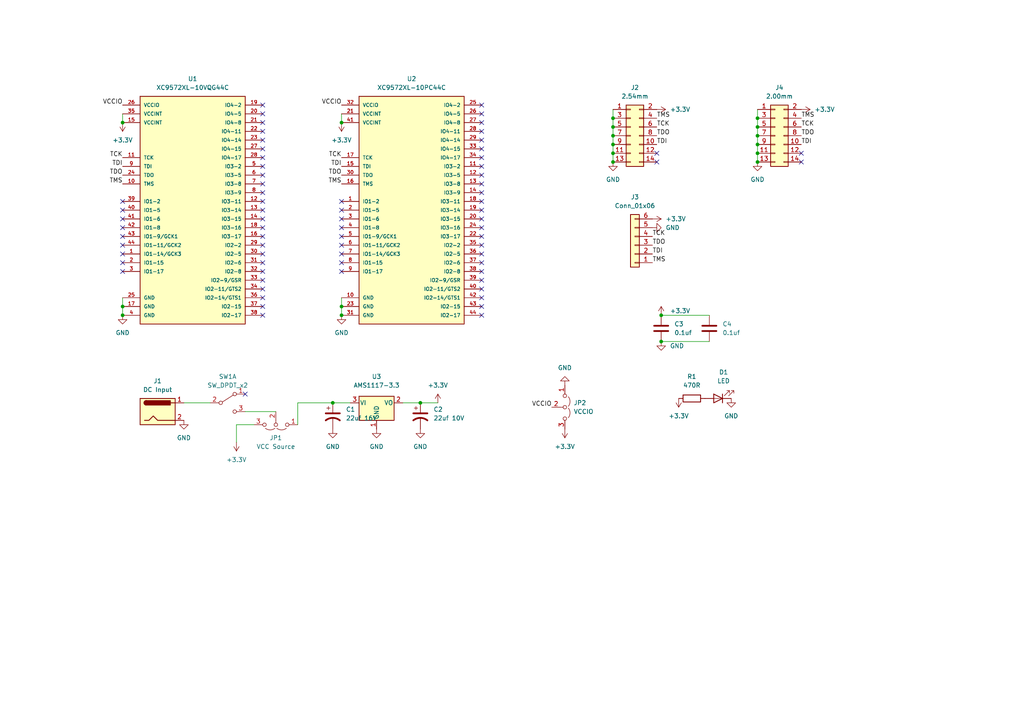
<source format=kicad_sch>
(kicad_sch (version 20211123) (generator eeschema)

  (uuid ef44c9d0-3727-42e1-af89-a6ecd02d0546)

  (paper "A4")

  (lib_symbols
    (symbol "Connector:Barrel_Jack" (pin_names (offset 1.016)) (in_bom yes) (on_board yes)
      (property "Reference" "J" (id 0) (at 0 5.334 0)
        (effects (font (size 1.27 1.27)))
      )
      (property "Value" "Barrel_Jack" (id 1) (at 0 -5.08 0)
        (effects (font (size 1.27 1.27)))
      )
      (property "Footprint" "" (id 2) (at 1.27 -1.016 0)
        (effects (font (size 1.27 1.27)) hide)
      )
      (property "Datasheet" "~" (id 3) (at 1.27 -1.016 0)
        (effects (font (size 1.27 1.27)) hide)
      )
      (property "ki_keywords" "DC power barrel jack connector" (id 4) (at 0 0 0)
        (effects (font (size 1.27 1.27)) hide)
      )
      (property "ki_description" "DC Barrel Jack" (id 5) (at 0 0 0)
        (effects (font (size 1.27 1.27)) hide)
      )
      (property "ki_fp_filters" "BarrelJack*" (id 6) (at 0 0 0)
        (effects (font (size 1.27 1.27)) hide)
      )
      (symbol "Barrel_Jack_0_1"
        (rectangle (start -5.08 3.81) (end 5.08 -3.81)
          (stroke (width 0.254) (type default) (color 0 0 0 0))
          (fill (type background))
        )
        (arc (start -3.302 3.175) (mid -3.937 2.54) (end -3.302 1.905)
          (stroke (width 0.254) (type default) (color 0 0 0 0))
          (fill (type none))
        )
        (arc (start -3.302 3.175) (mid -3.937 2.54) (end -3.302 1.905)
          (stroke (width 0.254) (type default) (color 0 0 0 0))
          (fill (type outline))
        )
        (polyline
          (pts
            (xy 5.08 2.54)
            (xy 3.81 2.54)
          )
          (stroke (width 0.254) (type default) (color 0 0 0 0))
          (fill (type none))
        )
        (polyline
          (pts
            (xy -3.81 -2.54)
            (xy -2.54 -2.54)
            (xy -1.27 -1.27)
            (xy 0 -2.54)
            (xy 2.54 -2.54)
            (xy 5.08 -2.54)
          )
          (stroke (width 0.254) (type default) (color 0 0 0 0))
          (fill (type none))
        )
        (rectangle (start 3.683 3.175) (end -3.302 1.905)
          (stroke (width 0.254) (type default) (color 0 0 0 0))
          (fill (type outline))
        )
      )
      (symbol "Barrel_Jack_1_1"
        (pin passive line (at 7.62 2.54 180) (length 2.54)
          (name "~" (effects (font (size 1.27 1.27))))
          (number "1" (effects (font (size 1.27 1.27))))
        )
        (pin passive line (at 7.62 -2.54 180) (length 2.54)
          (name "~" (effects (font (size 1.27 1.27))))
          (number "2" (effects (font (size 1.27 1.27))))
        )
      )
    )
    (symbol "Connector_Generic:Conn_01x06" (pin_names (offset 1.016) hide) (in_bom yes) (on_board yes)
      (property "Reference" "J" (id 0) (at 0 7.62 0)
        (effects (font (size 1.27 1.27)))
      )
      (property "Value" "Conn_01x06" (id 1) (at 0 -10.16 0)
        (effects (font (size 1.27 1.27)))
      )
      (property "Footprint" "" (id 2) (at 0 0 0)
        (effects (font (size 1.27 1.27)) hide)
      )
      (property "Datasheet" "~" (id 3) (at 0 0 0)
        (effects (font (size 1.27 1.27)) hide)
      )
      (property "ki_keywords" "connector" (id 4) (at 0 0 0)
        (effects (font (size 1.27 1.27)) hide)
      )
      (property "ki_description" "Generic connector, single row, 01x06, script generated (kicad-library-utils/schlib/autogen/connector/)" (id 5) (at 0 0 0)
        (effects (font (size 1.27 1.27)) hide)
      )
      (property "ki_fp_filters" "Connector*:*_1x??_*" (id 6) (at 0 0 0)
        (effects (font (size 1.27 1.27)) hide)
      )
      (symbol "Conn_01x06_1_1"
        (rectangle (start -1.27 -7.493) (end 0 -7.747)
          (stroke (width 0.1524) (type default) (color 0 0 0 0))
          (fill (type none))
        )
        (rectangle (start -1.27 -4.953) (end 0 -5.207)
          (stroke (width 0.1524) (type default) (color 0 0 0 0))
          (fill (type none))
        )
        (rectangle (start -1.27 -2.413) (end 0 -2.667)
          (stroke (width 0.1524) (type default) (color 0 0 0 0))
          (fill (type none))
        )
        (rectangle (start -1.27 0.127) (end 0 -0.127)
          (stroke (width 0.1524) (type default) (color 0 0 0 0))
          (fill (type none))
        )
        (rectangle (start -1.27 2.667) (end 0 2.413)
          (stroke (width 0.1524) (type default) (color 0 0 0 0))
          (fill (type none))
        )
        (rectangle (start -1.27 5.207) (end 0 4.953)
          (stroke (width 0.1524) (type default) (color 0 0 0 0))
          (fill (type none))
        )
        (rectangle (start -1.27 6.35) (end 1.27 -8.89)
          (stroke (width 0.254) (type default) (color 0 0 0 0))
          (fill (type background))
        )
        (pin passive line (at -5.08 5.08 0) (length 3.81)
          (name "Pin_1" (effects (font (size 1.27 1.27))))
          (number "1" (effects (font (size 1.27 1.27))))
        )
        (pin passive line (at -5.08 2.54 0) (length 3.81)
          (name "Pin_2" (effects (font (size 1.27 1.27))))
          (number "2" (effects (font (size 1.27 1.27))))
        )
        (pin passive line (at -5.08 0 0) (length 3.81)
          (name "Pin_3" (effects (font (size 1.27 1.27))))
          (number "3" (effects (font (size 1.27 1.27))))
        )
        (pin passive line (at -5.08 -2.54 0) (length 3.81)
          (name "Pin_4" (effects (font (size 1.27 1.27))))
          (number "4" (effects (font (size 1.27 1.27))))
        )
        (pin passive line (at -5.08 -5.08 0) (length 3.81)
          (name "Pin_5" (effects (font (size 1.27 1.27))))
          (number "5" (effects (font (size 1.27 1.27))))
        )
        (pin passive line (at -5.08 -7.62 0) (length 3.81)
          (name "Pin_6" (effects (font (size 1.27 1.27))))
          (number "6" (effects (font (size 1.27 1.27))))
        )
      )
    )
    (symbol "Connector_Generic:Conn_02x07_Odd_Even" (pin_names (offset 1.016) hide) (in_bom yes) (on_board yes)
      (property "Reference" "J" (id 0) (at 1.27 10.16 0)
        (effects (font (size 1.27 1.27)))
      )
      (property "Value" "Conn_02x07_Odd_Even" (id 1) (at 1.27 -10.16 0)
        (effects (font (size 1.27 1.27)))
      )
      (property "Footprint" "" (id 2) (at 0 0 0)
        (effects (font (size 1.27 1.27)) hide)
      )
      (property "Datasheet" "~" (id 3) (at 0 0 0)
        (effects (font (size 1.27 1.27)) hide)
      )
      (property "ki_keywords" "connector" (id 4) (at 0 0 0)
        (effects (font (size 1.27 1.27)) hide)
      )
      (property "ki_description" "Generic connector, double row, 02x07, odd/even pin numbering scheme (row 1 odd numbers, row 2 even numbers), script generated (kicad-library-utils/schlib/autogen/connector/)" (id 5) (at 0 0 0)
        (effects (font (size 1.27 1.27)) hide)
      )
      (property "ki_fp_filters" "Connector*:*_2x??_*" (id 6) (at 0 0 0)
        (effects (font (size 1.27 1.27)) hide)
      )
      (symbol "Conn_02x07_Odd_Even_1_1"
        (rectangle (start -1.27 -7.493) (end 0 -7.747)
          (stroke (width 0.1524) (type default) (color 0 0 0 0))
          (fill (type none))
        )
        (rectangle (start -1.27 -4.953) (end 0 -5.207)
          (stroke (width 0.1524) (type default) (color 0 0 0 0))
          (fill (type none))
        )
        (rectangle (start -1.27 -2.413) (end 0 -2.667)
          (stroke (width 0.1524) (type default) (color 0 0 0 0))
          (fill (type none))
        )
        (rectangle (start -1.27 0.127) (end 0 -0.127)
          (stroke (width 0.1524) (type default) (color 0 0 0 0))
          (fill (type none))
        )
        (rectangle (start -1.27 2.667) (end 0 2.413)
          (stroke (width 0.1524) (type default) (color 0 0 0 0))
          (fill (type none))
        )
        (rectangle (start -1.27 5.207) (end 0 4.953)
          (stroke (width 0.1524) (type default) (color 0 0 0 0))
          (fill (type none))
        )
        (rectangle (start -1.27 7.747) (end 0 7.493)
          (stroke (width 0.1524) (type default) (color 0 0 0 0))
          (fill (type none))
        )
        (rectangle (start -1.27 8.89) (end 3.81 -8.89)
          (stroke (width 0.254) (type default) (color 0 0 0 0))
          (fill (type background))
        )
        (rectangle (start 3.81 -7.493) (end 2.54 -7.747)
          (stroke (width 0.1524) (type default) (color 0 0 0 0))
          (fill (type none))
        )
        (rectangle (start 3.81 -4.953) (end 2.54 -5.207)
          (stroke (width 0.1524) (type default) (color 0 0 0 0))
          (fill (type none))
        )
        (rectangle (start 3.81 -2.413) (end 2.54 -2.667)
          (stroke (width 0.1524) (type default) (color 0 0 0 0))
          (fill (type none))
        )
        (rectangle (start 3.81 0.127) (end 2.54 -0.127)
          (stroke (width 0.1524) (type default) (color 0 0 0 0))
          (fill (type none))
        )
        (rectangle (start 3.81 2.667) (end 2.54 2.413)
          (stroke (width 0.1524) (type default) (color 0 0 0 0))
          (fill (type none))
        )
        (rectangle (start 3.81 5.207) (end 2.54 4.953)
          (stroke (width 0.1524) (type default) (color 0 0 0 0))
          (fill (type none))
        )
        (rectangle (start 3.81 7.747) (end 2.54 7.493)
          (stroke (width 0.1524) (type default) (color 0 0 0 0))
          (fill (type none))
        )
        (pin passive line (at -5.08 7.62 0) (length 3.81)
          (name "Pin_1" (effects (font (size 1.27 1.27))))
          (number "1" (effects (font (size 1.27 1.27))))
        )
        (pin passive line (at 7.62 -2.54 180) (length 3.81)
          (name "Pin_10" (effects (font (size 1.27 1.27))))
          (number "10" (effects (font (size 1.27 1.27))))
        )
        (pin passive line (at -5.08 -5.08 0) (length 3.81)
          (name "Pin_11" (effects (font (size 1.27 1.27))))
          (number "11" (effects (font (size 1.27 1.27))))
        )
        (pin passive line (at 7.62 -5.08 180) (length 3.81)
          (name "Pin_12" (effects (font (size 1.27 1.27))))
          (number "12" (effects (font (size 1.27 1.27))))
        )
        (pin passive line (at -5.08 -7.62 0) (length 3.81)
          (name "Pin_13" (effects (font (size 1.27 1.27))))
          (number "13" (effects (font (size 1.27 1.27))))
        )
        (pin passive line (at 7.62 -7.62 180) (length 3.81)
          (name "Pin_14" (effects (font (size 1.27 1.27))))
          (number "14" (effects (font (size 1.27 1.27))))
        )
        (pin passive line (at 7.62 7.62 180) (length 3.81)
          (name "Pin_2" (effects (font (size 1.27 1.27))))
          (number "2" (effects (font (size 1.27 1.27))))
        )
        (pin passive line (at -5.08 5.08 0) (length 3.81)
          (name "Pin_3" (effects (font (size 1.27 1.27))))
          (number "3" (effects (font (size 1.27 1.27))))
        )
        (pin passive line (at 7.62 5.08 180) (length 3.81)
          (name "Pin_4" (effects (font (size 1.27 1.27))))
          (number "4" (effects (font (size 1.27 1.27))))
        )
        (pin passive line (at -5.08 2.54 0) (length 3.81)
          (name "Pin_5" (effects (font (size 1.27 1.27))))
          (number "5" (effects (font (size 1.27 1.27))))
        )
        (pin passive line (at 7.62 2.54 180) (length 3.81)
          (name "Pin_6" (effects (font (size 1.27 1.27))))
          (number "6" (effects (font (size 1.27 1.27))))
        )
        (pin passive line (at -5.08 0 0) (length 3.81)
          (name "Pin_7" (effects (font (size 1.27 1.27))))
          (number "7" (effects (font (size 1.27 1.27))))
        )
        (pin passive line (at 7.62 0 180) (length 3.81)
          (name "Pin_8" (effects (font (size 1.27 1.27))))
          (number "8" (effects (font (size 1.27 1.27))))
        )
        (pin passive line (at -5.08 -2.54 0) (length 3.81)
          (name "Pin_9" (effects (font (size 1.27 1.27))))
          (number "9" (effects (font (size 1.27 1.27))))
        )
      )
    )
    (symbol "Device:C" (pin_numbers hide) (pin_names (offset 0.254)) (in_bom yes) (on_board yes)
      (property "Reference" "C" (id 0) (at 0.635 2.54 0)
        (effects (font (size 1.27 1.27)) (justify left))
      )
      (property "Value" "C" (id 1) (at 0.635 -2.54 0)
        (effects (font (size 1.27 1.27)) (justify left))
      )
      (property "Footprint" "" (id 2) (at 0.9652 -3.81 0)
        (effects (font (size 1.27 1.27)) hide)
      )
      (property "Datasheet" "~" (id 3) (at 0 0 0)
        (effects (font (size 1.27 1.27)) hide)
      )
      (property "ki_keywords" "cap capacitor" (id 4) (at 0 0 0)
        (effects (font (size 1.27 1.27)) hide)
      )
      (property "ki_description" "Unpolarized capacitor" (id 5) (at 0 0 0)
        (effects (font (size 1.27 1.27)) hide)
      )
      (property "ki_fp_filters" "C_*" (id 6) (at 0 0 0)
        (effects (font (size 1.27 1.27)) hide)
      )
      (symbol "C_0_1"
        (polyline
          (pts
            (xy -2.032 -0.762)
            (xy 2.032 -0.762)
          )
          (stroke (width 0.508) (type default) (color 0 0 0 0))
          (fill (type none))
        )
        (polyline
          (pts
            (xy -2.032 0.762)
            (xy 2.032 0.762)
          )
          (stroke (width 0.508) (type default) (color 0 0 0 0))
          (fill (type none))
        )
      )
      (symbol "C_1_1"
        (pin passive line (at 0 3.81 270) (length 2.794)
          (name "~" (effects (font (size 1.27 1.27))))
          (number "1" (effects (font (size 1.27 1.27))))
        )
        (pin passive line (at 0 -3.81 90) (length 2.794)
          (name "~" (effects (font (size 1.27 1.27))))
          (number "2" (effects (font (size 1.27 1.27))))
        )
      )
    )
    (symbol "Device:C_Polarized_US" (pin_numbers hide) (pin_names (offset 0.254) hide) (in_bom yes) (on_board yes)
      (property "Reference" "C" (id 0) (at 0.635 2.54 0)
        (effects (font (size 1.27 1.27)) (justify left))
      )
      (property "Value" "C_Polarized_US" (id 1) (at 0.635 -2.54 0)
        (effects (font (size 1.27 1.27)) (justify left))
      )
      (property "Footprint" "" (id 2) (at 0 0 0)
        (effects (font (size 1.27 1.27)) hide)
      )
      (property "Datasheet" "~" (id 3) (at 0 0 0)
        (effects (font (size 1.27 1.27)) hide)
      )
      (property "ki_keywords" "cap capacitor" (id 4) (at 0 0 0)
        (effects (font (size 1.27 1.27)) hide)
      )
      (property "ki_description" "Polarized capacitor, US symbol" (id 5) (at 0 0 0)
        (effects (font (size 1.27 1.27)) hide)
      )
      (property "ki_fp_filters" "CP_*" (id 6) (at 0 0 0)
        (effects (font (size 1.27 1.27)) hide)
      )
      (symbol "C_Polarized_US_0_1"
        (polyline
          (pts
            (xy -2.032 0.762)
            (xy 2.032 0.762)
          )
          (stroke (width 0.508) (type default) (color 0 0 0 0))
          (fill (type none))
        )
        (polyline
          (pts
            (xy -1.778 2.286)
            (xy -0.762 2.286)
          )
          (stroke (width 0) (type default) (color 0 0 0 0))
          (fill (type none))
        )
        (polyline
          (pts
            (xy -1.27 1.778)
            (xy -1.27 2.794)
          )
          (stroke (width 0) (type default) (color 0 0 0 0))
          (fill (type none))
        )
        (arc (start 2.032 -1.27) (mid 0 -0.5572) (end -2.032 -1.27)
          (stroke (width 0.508) (type default) (color 0 0 0 0))
          (fill (type none))
        )
      )
      (symbol "C_Polarized_US_1_1"
        (pin passive line (at 0 3.81 270) (length 2.794)
          (name "~" (effects (font (size 1.27 1.27))))
          (number "1" (effects (font (size 1.27 1.27))))
        )
        (pin passive line (at 0 -3.81 90) (length 3.302)
          (name "~" (effects (font (size 1.27 1.27))))
          (number "2" (effects (font (size 1.27 1.27))))
        )
      )
    )
    (symbol "Device:LED" (pin_numbers hide) (pin_names (offset 1.016) hide) (in_bom yes) (on_board yes)
      (property "Reference" "D" (id 0) (at 0 2.54 0)
        (effects (font (size 1.27 1.27)))
      )
      (property "Value" "LED" (id 1) (at 0 -2.54 0)
        (effects (font (size 1.27 1.27)))
      )
      (property "Footprint" "" (id 2) (at 0 0 0)
        (effects (font (size 1.27 1.27)) hide)
      )
      (property "Datasheet" "~" (id 3) (at 0 0 0)
        (effects (font (size 1.27 1.27)) hide)
      )
      (property "ki_keywords" "LED diode" (id 4) (at 0 0 0)
        (effects (font (size 1.27 1.27)) hide)
      )
      (property "ki_description" "Light emitting diode" (id 5) (at 0 0 0)
        (effects (font (size 1.27 1.27)) hide)
      )
      (property "ki_fp_filters" "LED* LED_SMD:* LED_THT:*" (id 6) (at 0 0 0)
        (effects (font (size 1.27 1.27)) hide)
      )
      (symbol "LED_0_1"
        (polyline
          (pts
            (xy -1.27 -1.27)
            (xy -1.27 1.27)
          )
          (stroke (width 0.254) (type default) (color 0 0 0 0))
          (fill (type none))
        )
        (polyline
          (pts
            (xy -1.27 0)
            (xy 1.27 0)
          )
          (stroke (width 0) (type default) (color 0 0 0 0))
          (fill (type none))
        )
        (polyline
          (pts
            (xy 1.27 -1.27)
            (xy 1.27 1.27)
            (xy -1.27 0)
            (xy 1.27 -1.27)
          )
          (stroke (width 0.254) (type default) (color 0 0 0 0))
          (fill (type none))
        )
        (polyline
          (pts
            (xy -3.048 -0.762)
            (xy -4.572 -2.286)
            (xy -3.81 -2.286)
            (xy -4.572 -2.286)
            (xy -4.572 -1.524)
          )
          (stroke (width 0) (type default) (color 0 0 0 0))
          (fill (type none))
        )
        (polyline
          (pts
            (xy -1.778 -0.762)
            (xy -3.302 -2.286)
            (xy -2.54 -2.286)
            (xy -3.302 -2.286)
            (xy -3.302 -1.524)
          )
          (stroke (width 0) (type default) (color 0 0 0 0))
          (fill (type none))
        )
      )
      (symbol "LED_1_1"
        (pin passive line (at -3.81 0 0) (length 2.54)
          (name "K" (effects (font (size 1.27 1.27))))
          (number "1" (effects (font (size 1.27 1.27))))
        )
        (pin passive line (at 3.81 0 180) (length 2.54)
          (name "A" (effects (font (size 1.27 1.27))))
          (number "2" (effects (font (size 1.27 1.27))))
        )
      )
    )
    (symbol "Device:R" (pin_numbers hide) (pin_names (offset 0)) (in_bom yes) (on_board yes)
      (property "Reference" "R" (id 0) (at 2.032 0 90)
        (effects (font (size 1.27 1.27)))
      )
      (property "Value" "R" (id 1) (at 0 0 90)
        (effects (font (size 1.27 1.27)))
      )
      (property "Footprint" "" (id 2) (at -1.778 0 90)
        (effects (font (size 1.27 1.27)) hide)
      )
      (property "Datasheet" "~" (id 3) (at 0 0 0)
        (effects (font (size 1.27 1.27)) hide)
      )
      (property "ki_keywords" "R res resistor" (id 4) (at 0 0 0)
        (effects (font (size 1.27 1.27)) hide)
      )
      (property "ki_description" "Resistor" (id 5) (at 0 0 0)
        (effects (font (size 1.27 1.27)) hide)
      )
      (property "ki_fp_filters" "R_*" (id 6) (at 0 0 0)
        (effects (font (size 1.27 1.27)) hide)
      )
      (symbol "R_0_1"
        (rectangle (start -1.016 -2.54) (end 1.016 2.54)
          (stroke (width 0.254) (type default) (color 0 0 0 0))
          (fill (type none))
        )
      )
      (symbol "R_1_1"
        (pin passive line (at 0 3.81 270) (length 1.27)
          (name "~" (effects (font (size 1.27 1.27))))
          (number "1" (effects (font (size 1.27 1.27))))
        )
        (pin passive line (at 0 -3.81 90) (length 1.27)
          (name "~" (effects (font (size 1.27 1.27))))
          (number "2" (effects (font (size 1.27 1.27))))
        )
      )
    )
    (symbol "Jumper:Jumper_3_Open" (pin_names (offset 0) hide) (in_bom yes) (on_board yes)
      (property "Reference" "JP" (id 0) (at -2.54 -2.54 0)
        (effects (font (size 1.27 1.27)))
      )
      (property "Value" "Jumper_3_Open" (id 1) (at 0 2.794 0)
        (effects (font (size 1.27 1.27)))
      )
      (property "Footprint" "" (id 2) (at 0 0 0)
        (effects (font (size 1.27 1.27)) hide)
      )
      (property "Datasheet" "~" (id 3) (at 0 0 0)
        (effects (font (size 1.27 1.27)) hide)
      )
      (property "ki_keywords" "Jumper SPDT" (id 4) (at 0 0 0)
        (effects (font (size 1.27 1.27)) hide)
      )
      (property "ki_description" "Jumper, 3-pole, both open" (id 5) (at 0 0 0)
        (effects (font (size 1.27 1.27)) hide)
      )
      (property "ki_fp_filters" "Jumper* TestPoint*3Pads* TestPoint*Bridge*" (id 6) (at 0 0 0)
        (effects (font (size 1.27 1.27)) hide)
      )
      (symbol "Jumper_3_Open_0_0"
        (circle (center -3.302 0) (radius 0.508)
          (stroke (width 0) (type default) (color 0 0 0 0))
          (fill (type none))
        )
        (circle (center 0 0) (radius 0.508)
          (stroke (width 0) (type default) (color 0 0 0 0))
          (fill (type none))
        )
        (circle (center 3.302 0) (radius 0.508)
          (stroke (width 0) (type default) (color 0 0 0 0))
          (fill (type none))
        )
      )
      (symbol "Jumper_3_Open_0_1"
        (arc (start -0.254 1.016) (mid -1.651 1.4992) (end -3.048 1.016)
          (stroke (width 0) (type default) (color 0 0 0 0))
          (fill (type none))
        )
        (polyline
          (pts
            (xy 0 -0.508)
            (xy 0 -1.27)
          )
          (stroke (width 0) (type default) (color 0 0 0 0))
          (fill (type none))
        )
        (arc (start 3.048 1.016) (mid 1.651 1.4992) (end 0.254 1.016)
          (stroke (width 0) (type default) (color 0 0 0 0))
          (fill (type none))
        )
      )
      (symbol "Jumper_3_Open_1_1"
        (pin passive line (at -6.35 0 0) (length 2.54)
          (name "A" (effects (font (size 1.27 1.27))))
          (number "1" (effects (font (size 1.27 1.27))))
        )
        (pin passive line (at 0 -3.81 90) (length 2.54)
          (name "C" (effects (font (size 1.27 1.27))))
          (number "2" (effects (font (size 1.27 1.27))))
        )
        (pin passive line (at 6.35 0 180) (length 2.54)
          (name "B" (effects (font (size 1.27 1.27))))
          (number "3" (effects (font (size 1.27 1.27))))
        )
      )
    )
    (symbol "Regulator_Linear:AMS1117-3.3" (pin_names (offset 0.254)) (in_bom yes) (on_board yes)
      (property "Reference" "U" (id 0) (at -3.81 3.175 0)
        (effects (font (size 1.27 1.27)))
      )
      (property "Value" "AMS1117-3.3" (id 1) (at 0 3.175 0)
        (effects (font (size 1.27 1.27)) (justify left))
      )
      (property "Footprint" "Package_TO_SOT_SMD:SOT-223-3_TabPin2" (id 2) (at 0 5.08 0)
        (effects (font (size 1.27 1.27)) hide)
      )
      (property "Datasheet" "http://www.advanced-monolithic.com/pdf/ds1117.pdf" (id 3) (at 2.54 -6.35 0)
        (effects (font (size 1.27 1.27)) hide)
      )
      (property "ki_keywords" "linear regulator ldo fixed positive" (id 4) (at 0 0 0)
        (effects (font (size 1.27 1.27)) hide)
      )
      (property "ki_description" "1A Low Dropout regulator, positive, 3.3V fixed output, SOT-223" (id 5) (at 0 0 0)
        (effects (font (size 1.27 1.27)) hide)
      )
      (property "ki_fp_filters" "SOT?223*TabPin2*" (id 6) (at 0 0 0)
        (effects (font (size 1.27 1.27)) hide)
      )
      (symbol "AMS1117-3.3_0_1"
        (rectangle (start -5.08 -5.08) (end 5.08 1.905)
          (stroke (width 0.254) (type default) (color 0 0 0 0))
          (fill (type background))
        )
      )
      (symbol "AMS1117-3.3_1_1"
        (pin power_in line (at 0 -7.62 90) (length 2.54)
          (name "GND" (effects (font (size 1.27 1.27))))
          (number "1" (effects (font (size 1.27 1.27))))
        )
        (pin power_out line (at 7.62 0 180) (length 2.54)
          (name "VO" (effects (font (size 1.27 1.27))))
          (number "2" (effects (font (size 1.27 1.27))))
        )
        (pin power_in line (at -7.62 0 0) (length 2.54)
          (name "VI" (effects (font (size 1.27 1.27))))
          (number "3" (effects (font (size 1.27 1.27))))
        )
      )
    )
    (symbol "Switch:SW_DPDT_x2" (pin_names (offset 0) hide) (in_bom yes) (on_board yes)
      (property "Reference" "SW" (id 0) (at 0 4.318 0)
        (effects (font (size 1.27 1.27)))
      )
      (property "Value" "SW_DPDT_x2" (id 1) (at 0 -5.08 0)
        (effects (font (size 1.27 1.27)))
      )
      (property "Footprint" "" (id 2) (at 0 0 0)
        (effects (font (size 1.27 1.27)) hide)
      )
      (property "Datasheet" "~" (id 3) (at 0 0 0)
        (effects (font (size 1.27 1.27)) hide)
      )
      (property "ki_keywords" "switch dual-pole double-throw DPDT spdt ON-ON" (id 4) (at 0 0 0)
        (effects (font (size 1.27 1.27)) hide)
      )
      (property "ki_description" "Switch, dual pole double throw, separate symbols" (id 5) (at 0 0 0)
        (effects (font (size 1.27 1.27)) hide)
      )
      (property "ki_fp_filters" "SW*DPDT*" (id 6) (at 0 0 0)
        (effects (font (size 1.27 1.27)) hide)
      )
      (symbol "SW_DPDT_x2_0_0"
        (circle (center -2.032 0) (radius 0.508)
          (stroke (width 0) (type default) (color 0 0 0 0))
          (fill (type none))
        )
        (circle (center 2.032 -2.54) (radius 0.508)
          (stroke (width 0) (type default) (color 0 0 0 0))
          (fill (type none))
        )
      )
      (symbol "SW_DPDT_x2_0_1"
        (polyline
          (pts
            (xy -1.524 0.254)
            (xy 1.651 2.286)
          )
          (stroke (width 0) (type default) (color 0 0 0 0))
          (fill (type none))
        )
        (circle (center 2.032 2.54) (radius 0.508)
          (stroke (width 0) (type default) (color 0 0 0 0))
          (fill (type none))
        )
      )
      (symbol "SW_DPDT_x2_1_1"
        (pin passive line (at 5.08 2.54 180) (length 2.54)
          (name "A" (effects (font (size 1.27 1.27))))
          (number "1" (effects (font (size 1.27 1.27))))
        )
        (pin passive line (at -5.08 0 0) (length 2.54)
          (name "B" (effects (font (size 1.27 1.27))))
          (number "2" (effects (font (size 1.27 1.27))))
        )
        (pin passive line (at 5.08 -2.54 180) (length 2.54)
          (name "C" (effects (font (size 1.27 1.27))))
          (number "3" (effects (font (size 1.27 1.27))))
        )
      )
      (symbol "SW_DPDT_x2_2_1"
        (pin passive line (at 5.08 2.54 180) (length 2.54)
          (name "A" (effects (font (size 1.27 1.27))))
          (number "4" (effects (font (size 1.27 1.27))))
        )
        (pin passive line (at -5.08 0 0) (length 2.54)
          (name "B" (effects (font (size 1.27 1.27))))
          (number "5" (effects (font (size 1.27 1.27))))
        )
        (pin passive line (at 5.08 -2.54 180) (length 2.54)
          (name "C" (effects (font (size 1.27 1.27))))
          (number "6" (effects (font (size 1.27 1.27))))
        )
      )
    )
    (symbol "XC9572XL-10VQG44C:XC9572XL-10PC44C" (pin_names (offset 1.016)) (in_bom yes) (on_board yes)
      (property "Reference" "U" (id 0) (at -15.24 -35.56 0)
        (effects (font (size 1.27 1.27)) (justify left bottom))
      )
      (property "Value" "XC9572XL-10PC44C" (id 1) (at -15.24 -38.1 0)
        (effects (font (size 1.27 1.27)) (justify left bottom))
      )
      (property "Footprint" "VQFP-44" (id 2) (at 0 0 0)
        (effects (font (size 1.27 1.27)) (justify bottom) hide)
      )
      (property "Datasheet" "" (id 3) (at 0 0 0)
        (effects (font (size 1.27 1.27)) hide)
      )
      (symbol "XC9572XL-10PC44C_0_0"
        (rectangle (start -15.24 -33.02) (end 15.24 33.02)
          (stroke (width 0.254) (type default) (color 0 0 0 0))
          (fill (type background))
        )
        (pin bidirectional line (at -20.32 2.54 0) (length 5.08)
          (name "IO1-2" (effects (font (size 1.016 1.016))))
          (number "1" (effects (font (size 1.016 1.016))))
        )
        (pin bidirectional line (at -20.32 -25.4 0) (length 5.08)
          (name "GND" (effects (font (size 1.016 1.016))))
          (number "10" (effects (font (size 1.016 1.016))))
        )
        (pin bidirectional line (at 20.32 12.7 180) (length 5.08)
          (name "IO3-2" (effects (font (size 1.016 1.016))))
          (number "11" (effects (font (size 1.016 1.016))))
        )
        (pin bidirectional line (at 20.32 10.16 180) (length 5.08)
          (name "IO3-5" (effects (font (size 1.016 1.016))))
          (number "12" (effects (font (size 1.016 1.016))))
        )
        (pin bidirectional line (at 20.32 7.62 180) (length 5.08)
          (name "IO3-8" (effects (font (size 1.016 1.016))))
          (number "13" (effects (font (size 1.016 1.016))))
        )
        (pin bidirectional line (at 20.32 5.08 180) (length 5.08)
          (name "IO3-9" (effects (font (size 1.016 1.016))))
          (number "14" (effects (font (size 1.016 1.016))))
        )
        (pin bidirectional line (at -20.32 12.7 0) (length 5.08)
          (name "TDI" (effects (font (size 1.016 1.016))))
          (number "15" (effects (font (size 1.016 1.016))))
        )
        (pin bidirectional line (at -20.32 7.62 0) (length 5.08)
          (name "TMS" (effects (font (size 1.016 1.016))))
          (number "16" (effects (font (size 1.016 1.016))))
        )
        (pin bidirectional line (at -20.32 15.24 0) (length 5.08)
          (name "TCK" (effects (font (size 1.016 1.016))))
          (number "17" (effects (font (size 1.016 1.016))))
        )
        (pin bidirectional line (at 20.32 2.54 180) (length 5.08)
          (name "IO3-11" (effects (font (size 1.016 1.016))))
          (number "18" (effects (font (size 1.016 1.016))))
        )
        (pin bidirectional line (at 20.32 0 180) (length 5.08)
          (name "IO3-14" (effects (font (size 1.016 1.016))))
          (number "19" (effects (font (size 1.016 1.016))))
        )
        (pin bidirectional line (at -20.32 0 0) (length 5.08)
          (name "IO1-5" (effects (font (size 1.016 1.016))))
          (number "2" (effects (font (size 1.016 1.016))))
        )
        (pin bidirectional line (at 20.32 -2.54 180) (length 5.08)
          (name "IO3-15" (effects (font (size 1.016 1.016))))
          (number "20" (effects (font (size 1.016 1.016))))
        )
        (pin bidirectional line (at -20.32 27.94 0) (length 5.08)
          (name "VCCINT" (effects (font (size 1.016 1.016))))
          (number "21" (effects (font (size 1.016 1.016))))
        )
        (pin bidirectional line (at 20.32 -7.62 180) (length 5.08)
          (name "IO3-17" (effects (font (size 1.016 1.016))))
          (number "22" (effects (font (size 1.016 1.016))))
        )
        (pin bidirectional line (at -20.32 -27.94 0) (length 5.08)
          (name "GND" (effects (font (size 1.016 1.016))))
          (number "23" (effects (font (size 1.016 1.016))))
        )
        (pin bidirectional line (at 20.32 -5.08 180) (length 5.08)
          (name "IO3-16" (effects (font (size 1.016 1.016))))
          (number "24" (effects (font (size 1.016 1.016))))
        )
        (pin bidirectional line (at 20.32 30.48 180) (length 5.08)
          (name "IO4-2" (effects (font (size 1.016 1.016))))
          (number "25" (effects (font (size 1.016 1.016))))
        )
        (pin bidirectional line (at 20.32 27.94 180) (length 5.08)
          (name "IO4-5" (effects (font (size 1.016 1.016))))
          (number "26" (effects (font (size 1.016 1.016))))
        )
        (pin bidirectional line (at 20.32 25.4 180) (length 5.08)
          (name "IO4-8" (effects (font (size 1.016 1.016))))
          (number "27" (effects (font (size 1.016 1.016))))
        )
        (pin bidirectional line (at 20.32 22.86 180) (length 5.08)
          (name "IO4-11" (effects (font (size 1.016 1.016))))
          (number "28" (effects (font (size 1.016 1.016))))
        )
        (pin bidirectional line (at 20.32 20.32 180) (length 5.08)
          (name "IO4-14" (effects (font (size 1.016 1.016))))
          (number "29" (effects (font (size 1.016 1.016))))
        )
        (pin bidirectional line (at -20.32 -2.54 0) (length 5.08)
          (name "IO1-6" (effects (font (size 1.016 1.016))))
          (number "3" (effects (font (size 1.016 1.016))))
        )
        (pin bidirectional line (at -20.32 10.16 0) (length 5.08)
          (name "TDO" (effects (font (size 1.016 1.016))))
          (number "30" (effects (font (size 1.016 1.016))))
        )
        (pin bidirectional line (at -20.32 -30.48 0) (length 5.08)
          (name "GND" (effects (font (size 1.016 1.016))))
          (number "31" (effects (font (size 1.016 1.016))))
        )
        (pin bidirectional line (at -20.32 30.48 0) (length 5.08)
          (name "VCCIO" (effects (font (size 1.016 1.016))))
          (number "32" (effects (font (size 1.016 1.016))))
        )
        (pin bidirectional line (at 20.32 17.78 180) (length 5.08)
          (name "IO4-15" (effects (font (size 1.016 1.016))))
          (number "33" (effects (font (size 1.016 1.016))))
        )
        (pin bidirectional line (at 20.32 15.24 180) (length 5.08)
          (name "IO4-17" (effects (font (size 1.016 1.016))))
          (number "34" (effects (font (size 1.016 1.016))))
        )
        (pin bidirectional line (at 20.32 -10.16 180) (length 5.08)
          (name "IO2-2" (effects (font (size 1.016 1.016))))
          (number "35" (effects (font (size 1.016 1.016))))
        )
        (pin bidirectional line (at 20.32 -12.7 180) (length 5.08)
          (name "IO2-5" (effects (font (size 1.016 1.016))))
          (number "36" (effects (font (size 1.016 1.016))))
        )
        (pin bidirectional line (at 20.32 -15.24 180) (length 5.08)
          (name "IO2-6" (effects (font (size 1.016 1.016))))
          (number "37" (effects (font (size 1.016 1.016))))
        )
        (pin bidirectional line (at 20.32 -17.78 180) (length 5.08)
          (name "IO2-8" (effects (font (size 1.016 1.016))))
          (number "38" (effects (font (size 1.016 1.016))))
        )
        (pin bidirectional line (at 20.32 -20.32 180) (length 5.08)
          (name "IO2-9/GSR" (effects (font (size 1.016 1.016))))
          (number "39" (effects (font (size 1.016 1.016))))
        )
        (pin bidirectional line (at -20.32 -5.08 0) (length 5.08)
          (name "IO1-8" (effects (font (size 1.016 1.016))))
          (number "4" (effects (font (size 1.016 1.016))))
        )
        (pin bidirectional line (at 20.32 -22.86 180) (length 5.08)
          (name "IO2-11/GTS2" (effects (font (size 1.016 1.016))))
          (number "40" (effects (font (size 1.016 1.016))))
        )
        (pin bidirectional line (at -20.32 25.4 0) (length 5.08)
          (name "VCCINT" (effects (font (size 1.016 1.016))))
          (number "41" (effects (font (size 1.016 1.016))))
        )
        (pin bidirectional line (at 20.32 -25.4 180) (length 5.08)
          (name "IO2-14/GTS1" (effects (font (size 1.016 1.016))))
          (number "42" (effects (font (size 1.016 1.016))))
        )
        (pin bidirectional line (at 20.32 -27.94 180) (length 5.08)
          (name "IO2-15" (effects (font (size 1.016 1.016))))
          (number "43" (effects (font (size 1.016 1.016))))
        )
        (pin bidirectional line (at 20.32 -30.48 180) (length 5.08)
          (name "IO2-17" (effects (font (size 1.016 1.016))))
          (number "44" (effects (font (size 1.016 1.016))))
        )
        (pin bidirectional line (at -20.32 -7.62 0) (length 5.08)
          (name "IO1-9/GCK1" (effects (font (size 1.016 1.016))))
          (number "5" (effects (font (size 1.016 1.016))))
        )
        (pin bidirectional line (at -20.32 -10.16 0) (length 5.08)
          (name "IO1-11/GCK2" (effects (font (size 1.016 1.016))))
          (number "6" (effects (font (size 1.016 1.016))))
        )
        (pin bidirectional line (at -20.32 -12.7 0) (length 5.08)
          (name "IO1-14/GCK3" (effects (font (size 1.016 1.016))))
          (number "7" (effects (font (size 1.016 1.016))))
        )
        (pin bidirectional line (at -20.32 -15.24 0) (length 5.08)
          (name "IO1-15" (effects (font (size 1.016 1.016))))
          (number "8" (effects (font (size 1.016 1.016))))
        )
        (pin bidirectional line (at -20.32 -17.78 0) (length 5.08)
          (name "IO1-17" (effects (font (size 1.016 1.016))))
          (number "9" (effects (font (size 1.016 1.016))))
        )
      )
    )
    (symbol "XC9572XL-10VQG44C:XC9572XL-10VQG44C" (pin_names (offset 1.016)) (in_bom yes) (on_board yes)
      (property "Reference" "U1" (id 0) (at 0 38.1 0)
        (effects (font (size 1.27 1.27)))
      )
      (property "Value" "XC9572XL-10VQG44C" (id 1) (at 0 35.56 0)
        (effects (font (size 1.27 1.27)))
      )
      (property "Footprint" "Tersteeg:PLCC44-QFP44 to DIP44" (id 2) (at 0 0 0)
        (effects (font (size 1.27 1.27)) (justify bottom) hide)
      )
      (property "Datasheet" "" (id 3) (at 0 0 0)
        (effects (font (size 1.27 1.27)) hide)
      )
      (symbol "XC9572XL-10VQG44C_0_0"
        (rectangle (start -15.24 -33.02) (end 15.24 33.02)
          (stroke (width 0.254) (type default) (color 0 0 0 0))
          (fill (type background))
        )
        (pin bidirectional line (at -20.32 -12.7 0) (length 5.08)
          (name "IO1-14/GCK3" (effects (font (size 1.016 1.016))))
          (number "1" (effects (font (size 1.016 1.016))))
        )
        (pin bidirectional line (at -20.32 7.62 0) (length 5.08)
          (name "TMS" (effects (font (size 1.016 1.016))))
          (number "10" (effects (font (size 1.016 1.016))))
        )
        (pin bidirectional line (at -20.32 15.24 0) (length 5.08)
          (name "TCK" (effects (font (size 1.016 1.016))))
          (number "11" (effects (font (size 1.016 1.016))))
        )
        (pin bidirectional line (at 20.32 2.54 180) (length 5.08)
          (name "IO3-11" (effects (font (size 1.016 1.016))))
          (number "12" (effects (font (size 1.016 1.016))))
        )
        (pin bidirectional line (at 20.32 0 180) (length 5.08)
          (name "IO3-14" (effects (font (size 1.016 1.016))))
          (number "13" (effects (font (size 1.016 1.016))))
        )
        (pin bidirectional line (at 20.32 -2.54 180) (length 5.08)
          (name "IO3-15" (effects (font (size 1.016 1.016))))
          (number "14" (effects (font (size 1.016 1.016))))
        )
        (pin bidirectional line (at -20.32 25.4 0) (length 5.08)
          (name "VCCINT" (effects (font (size 1.016 1.016))))
          (number "15" (effects (font (size 1.016 1.016))))
        )
        (pin bidirectional line (at 20.32 -7.62 180) (length 5.08)
          (name "IO3-17" (effects (font (size 1.016 1.016))))
          (number "16" (effects (font (size 1.016 1.016))))
        )
        (pin bidirectional line (at -20.32 -27.94 0) (length 5.08)
          (name "GND" (effects (font (size 1.016 1.016))))
          (number "17" (effects (font (size 1.016 1.016))))
        )
        (pin bidirectional line (at 20.32 -5.08 180) (length 5.08)
          (name "IO3-16" (effects (font (size 1.016 1.016))))
          (number "18" (effects (font (size 1.016 1.016))))
        )
        (pin bidirectional line (at 20.32 30.48 180) (length 5.08)
          (name "IO4-2" (effects (font (size 1.016 1.016))))
          (number "19" (effects (font (size 1.016 1.016))))
        )
        (pin bidirectional line (at -20.32 -15.24 0) (length 5.08)
          (name "IO1-15" (effects (font (size 1.016 1.016))))
          (number "2" (effects (font (size 1.016 1.016))))
        )
        (pin bidirectional line (at 20.32 27.94 180) (length 5.08)
          (name "IO4-5" (effects (font (size 1.016 1.016))))
          (number "20" (effects (font (size 1.016 1.016))))
        )
        (pin bidirectional line (at 20.32 25.4 180) (length 5.08)
          (name "IO4-8" (effects (font (size 1.016 1.016))))
          (number "21" (effects (font (size 1.016 1.016))))
        )
        (pin bidirectional line (at 20.32 22.86 180) (length 5.08)
          (name "IO4-11" (effects (font (size 1.016 1.016))))
          (number "22" (effects (font (size 1.016 1.016))))
        )
        (pin bidirectional line (at 20.32 20.32 180) (length 5.08)
          (name "IO4-14" (effects (font (size 1.016 1.016))))
          (number "23" (effects (font (size 1.016 1.016))))
        )
        (pin bidirectional line (at -20.32 10.16 0) (length 5.08)
          (name "TDO" (effects (font (size 1.016 1.016))))
          (number "24" (effects (font (size 1.016 1.016))))
        )
        (pin bidirectional line (at -20.32 -25.4 0) (length 5.08)
          (name "GND" (effects (font (size 1.016 1.016))))
          (number "25" (effects (font (size 1.016 1.016))))
        )
        (pin bidirectional line (at -20.32 30.48 0) (length 5.08)
          (name "VCCIO" (effects (font (size 1.016 1.016))))
          (number "26" (effects (font (size 1.016 1.016))))
        )
        (pin bidirectional line (at 20.32 17.78 180) (length 5.08)
          (name "IO4-15" (effects (font (size 1.016 1.016))))
          (number "27" (effects (font (size 1.016 1.016))))
        )
        (pin bidirectional line (at 20.32 15.24 180) (length 5.08)
          (name "IO4-17" (effects (font (size 1.016 1.016))))
          (number "28" (effects (font (size 1.016 1.016))))
        )
        (pin bidirectional line (at 20.32 -10.16 180) (length 5.08)
          (name "IO2-2" (effects (font (size 1.016 1.016))))
          (number "29" (effects (font (size 1.016 1.016))))
        )
        (pin bidirectional line (at -20.32 -17.78 0) (length 5.08)
          (name "IO1-17" (effects (font (size 1.016 1.016))))
          (number "3" (effects (font (size 1.016 1.016))))
        )
        (pin bidirectional line (at 20.32 -12.7 180) (length 5.08)
          (name "IO2-5" (effects (font (size 1.016 1.016))))
          (number "30" (effects (font (size 1.016 1.016))))
        )
        (pin bidirectional line (at 20.32 -15.24 180) (length 5.08)
          (name "IO2-6" (effects (font (size 1.016 1.016))))
          (number "31" (effects (font (size 1.016 1.016))))
        )
        (pin bidirectional line (at 20.32 -17.78 180) (length 5.08)
          (name "IO2-8" (effects (font (size 1.016 1.016))))
          (number "32" (effects (font (size 1.016 1.016))))
        )
        (pin bidirectional line (at 20.32 -20.32 180) (length 5.08)
          (name "IO2-9/GSR" (effects (font (size 1.016 1.016))))
          (number "33" (effects (font (size 1.016 1.016))))
        )
        (pin bidirectional line (at 20.32 -22.86 180) (length 5.08)
          (name "IO2-11/GTS2" (effects (font (size 1.016 1.016))))
          (number "34" (effects (font (size 1.016 1.016))))
        )
        (pin bidirectional line (at -20.32 27.94 0) (length 5.08)
          (name "VCCINT" (effects (font (size 1.016 1.016))))
          (number "35" (effects (font (size 1.016 1.016))))
        )
        (pin bidirectional line (at 20.32 -25.4 180) (length 5.08)
          (name "IO2-14/GTS1" (effects (font (size 1.016 1.016))))
          (number "36" (effects (font (size 1.016 1.016))))
        )
        (pin bidirectional line (at 20.32 -27.94 180) (length 5.08)
          (name "IO2-15" (effects (font (size 1.016 1.016))))
          (number "37" (effects (font (size 1.016 1.016))))
        )
        (pin bidirectional line (at 20.32 -30.48 180) (length 5.08)
          (name "IO2-17" (effects (font (size 1.016 1.016))))
          (number "38" (effects (font (size 1.016 1.016))))
        )
        (pin bidirectional line (at -20.32 2.54 0) (length 5.08)
          (name "IO1-2" (effects (font (size 1.016 1.016))))
          (number "39" (effects (font (size 1.016 1.016))))
        )
        (pin bidirectional line (at -20.32 -30.48 0) (length 5.08)
          (name "GND" (effects (font (size 1.016 1.016))))
          (number "4" (effects (font (size 1.016 1.016))))
        )
        (pin bidirectional line (at -20.32 0 0) (length 5.08)
          (name "IO1-5" (effects (font (size 1.016 1.016))))
          (number "40" (effects (font (size 1.016 1.016))))
        )
        (pin bidirectional line (at -20.32 -2.54 0) (length 5.08)
          (name "IO1-6" (effects (font (size 1.016 1.016))))
          (number "41" (effects (font (size 1.016 1.016))))
        )
        (pin bidirectional line (at -20.32 -5.08 0) (length 5.08)
          (name "IO1-8" (effects (font (size 1.016 1.016))))
          (number "42" (effects (font (size 1.016 1.016))))
        )
        (pin bidirectional line (at -20.32 -7.62 0) (length 5.08)
          (name "IO1-9/GCK1" (effects (font (size 1.016 1.016))))
          (number "43" (effects (font (size 1.016 1.016))))
        )
        (pin bidirectional line (at -20.32 -10.16 0) (length 5.08)
          (name "IO1-11/GCK2" (effects (font (size 1.016 1.016))))
          (number "44" (effects (font (size 1.016 1.016))))
        )
        (pin bidirectional line (at 20.32 12.7 180) (length 5.08)
          (name "IO3-2" (effects (font (size 1.016 1.016))))
          (number "5" (effects (font (size 1.016 1.016))))
        )
        (pin bidirectional line (at 20.32 10.16 180) (length 5.08)
          (name "IO3-5" (effects (font (size 1.016 1.016))))
          (number "6" (effects (font (size 1.016 1.016))))
        )
        (pin bidirectional line (at 20.32 7.62 180) (length 5.08)
          (name "IO3-8" (effects (font (size 1.016 1.016))))
          (number "7" (effects (font (size 1.016 1.016))))
        )
        (pin bidirectional line (at 20.32 5.08 180) (length 5.08)
          (name "IO3-9" (effects (font (size 1.016 1.016))))
          (number "8" (effects (font (size 1.016 1.016))))
        )
        (pin bidirectional line (at -20.32 12.7 0) (length 5.08)
          (name "TDI" (effects (font (size 1.016 1.016))))
          (number "9" (effects (font (size 1.016 1.016))))
        )
      )
    )
    (symbol "power:+3.3V" (power) (pin_names (offset 0)) (in_bom yes) (on_board yes)
      (property "Reference" "#PWR" (id 0) (at 0 -3.81 0)
        (effects (font (size 1.27 1.27)) hide)
      )
      (property "Value" "+3.3V" (id 1) (at 0 3.556 0)
        (effects (font (size 1.27 1.27)))
      )
      (property "Footprint" "" (id 2) (at 0 0 0)
        (effects (font (size 1.27 1.27)) hide)
      )
      (property "Datasheet" "" (id 3) (at 0 0 0)
        (effects (font (size 1.27 1.27)) hide)
      )
      (property "ki_keywords" "power-flag" (id 4) (at 0 0 0)
        (effects (font (size 1.27 1.27)) hide)
      )
      (property "ki_description" "Power symbol creates a global label with name \"+3.3V\"" (id 5) (at 0 0 0)
        (effects (font (size 1.27 1.27)) hide)
      )
      (symbol "+3.3V_0_1"
        (polyline
          (pts
            (xy -0.762 1.27)
            (xy 0 2.54)
          )
          (stroke (width 0) (type default) (color 0 0 0 0))
          (fill (type none))
        )
        (polyline
          (pts
            (xy 0 0)
            (xy 0 2.54)
          )
          (stroke (width 0) (type default) (color 0 0 0 0))
          (fill (type none))
        )
        (polyline
          (pts
            (xy 0 2.54)
            (xy 0.762 1.27)
          )
          (stroke (width 0) (type default) (color 0 0 0 0))
          (fill (type none))
        )
      )
      (symbol "+3.3V_1_1"
        (pin power_in line (at 0 0 90) (length 0) hide
          (name "+3.3V" (effects (font (size 1.27 1.27))))
          (number "1" (effects (font (size 1.27 1.27))))
        )
      )
    )
    (symbol "power:GND" (power) (pin_names (offset 0)) (in_bom yes) (on_board yes)
      (property "Reference" "#PWR" (id 0) (at 0 -6.35 0)
        (effects (font (size 1.27 1.27)) hide)
      )
      (property "Value" "GND" (id 1) (at 0 -3.81 0)
        (effects (font (size 1.27 1.27)))
      )
      (property "Footprint" "" (id 2) (at 0 0 0)
        (effects (font (size 1.27 1.27)) hide)
      )
      (property "Datasheet" "" (id 3) (at 0 0 0)
        (effects (font (size 1.27 1.27)) hide)
      )
      (property "ki_keywords" "power-flag" (id 4) (at 0 0 0)
        (effects (font (size 1.27 1.27)) hide)
      )
      (property "ki_description" "Power symbol creates a global label with name \"GND\" , ground" (id 5) (at 0 0 0)
        (effects (font (size 1.27 1.27)) hide)
      )
      (symbol "GND_0_1"
        (polyline
          (pts
            (xy 0 0)
            (xy 0 -1.27)
            (xy 1.27 -1.27)
            (xy 0 -2.54)
            (xy -1.27 -1.27)
            (xy 0 -1.27)
          )
          (stroke (width 0) (type default) (color 0 0 0 0))
          (fill (type none))
        )
      )
      (symbol "GND_1_1"
        (pin power_in line (at 0 0 270) (length 0) hide
          (name "GND" (effects (font (size 1.27 1.27))))
          (number "1" (effects (font (size 1.27 1.27))))
        )
      )
    )
  )

  (junction (at 177.8 39.37) (diameter 0) (color 0 0 0 0)
    (uuid 07a874d6-08b1-4692-9665-5fe5b3a6d95e)
  )
  (junction (at 99.06 91.44) (diameter 0) (color 0 0 0 0)
    (uuid 0c1dbba4-fcfa-4d8c-8268-f29b5e10bdd4)
  )
  (junction (at 35.56 88.9) (diameter 0) (color 0 0 0 0)
    (uuid 0e094b01-2a54-4dc7-afb4-ebe9ef994bd2)
  )
  (junction (at 35.56 91.44) (diameter 0) (color 0 0 0 0)
    (uuid 1ef207b8-5ea1-475c-bd39-7dec4be6c215)
  )
  (junction (at 177.8 34.29) (diameter 0) (color 0 0 0 0)
    (uuid 28fdbd9c-b622-4d08-a449-f9a5cbd5b4ae)
  )
  (junction (at 219.71 39.37) (diameter 0) (color 0 0 0 0)
    (uuid 43cbe62b-8325-4750-9f2a-7fc7b1c8de3f)
  )
  (junction (at 177.8 41.91) (diameter 0) (color 0 0 0 0)
    (uuid 48300a5d-61f5-4590-a321-b60829b10a7e)
  )
  (junction (at 96.52 116.84) (diameter 0) (color 0 0 0 0)
    (uuid 4ba9b0a0-b7ba-4cf8-be0e-3e6461f03d3c)
  )
  (junction (at 191.77 91.44) (diameter 0) (color 0 0 0 0)
    (uuid 55047d72-d584-4d75-a444-8c0710dc4ed7)
  )
  (junction (at 121.92 116.84) (diameter 0) (color 0 0 0 0)
    (uuid 558be701-5ede-45f3-af67-e6923417327e)
  )
  (junction (at 35.56 35.56) (diameter 0) (color 0 0 0 0)
    (uuid 7de0ea73-1a74-4928-a692-671193492be5)
  )
  (junction (at 99.06 35.56) (diameter 0) (color 0 0 0 0)
    (uuid 8a8d2b9f-239a-4147-822e-219348a5ba07)
  )
  (junction (at 219.71 44.45) (diameter 0) (color 0 0 0 0)
    (uuid 9b2ded77-a5e6-45ff-bf02-057f3470405c)
  )
  (junction (at 191.77 99.06) (diameter 0) (color 0 0 0 0)
    (uuid 9b62569f-af67-4b62-a9e4-2da55cde75ae)
  )
  (junction (at 177.8 44.45) (diameter 0) (color 0 0 0 0)
    (uuid 9f35d73c-346c-40ca-873f-93b9e9f249e8)
  )
  (junction (at 99.06 88.9) (diameter 0) (color 0 0 0 0)
    (uuid a07f3f37-15cc-4c1b-b332-788bb8227c93)
  )
  (junction (at 219.71 34.29) (diameter 0) (color 0 0 0 0)
    (uuid a480c8be-619b-49cb-a9e2-04327c1e14da)
  )
  (junction (at 219.71 41.91) (diameter 0) (color 0 0 0 0)
    (uuid a944f431-fd96-4284-bf80-6643d1b6ce17)
  )
  (junction (at 177.8 36.83) (diameter 0) (color 0 0 0 0)
    (uuid cb83c47c-acfb-46dc-99b9-84a97045100c)
  )
  (junction (at 177.8 46.99) (diameter 0) (color 0 0 0 0)
    (uuid e135c5dc-c72b-4d27-9c92-ff825410d6ad)
  )
  (junction (at 219.71 36.83) (diameter 0) (color 0 0 0 0)
    (uuid e891091f-8b47-44de-8b44-dfda936130e4)
  )
  (junction (at 219.71 46.99) (diameter 0) (color 0 0 0 0)
    (uuid ed92fade-b6e3-436c-b1e6-964538bd2fd3)
  )

  (no_connect (at 232.41 46.99) (uuid 00d37820-0f91-40da-b8a9-fe48c3413429))
  (no_connect (at 139.7 73.66) (uuid 0304b72a-1bae-410c-9590-0ca0c6b77e4f))
  (no_connect (at 99.06 58.42) (uuid 2b61db55-924d-44db-8f26-25fff590ef0f))
  (no_connect (at 232.41 44.45) (uuid 2ef16867-d0bb-4c08-b429-5a4db183f085))
  (no_connect (at 139.7 60.96) (uuid 2fec8898-bf39-4024-8d28-31a1c03fc8a6))
  (no_connect (at 139.7 40.64) (uuid 384e2acd-cd68-43a3-8c7a-94ddfb29d82f))
  (no_connect (at 139.7 91.44) (uuid 3a1c33a1-f135-4cb7-9120-2a804f0c8e1b))
  (no_connect (at 139.7 83.82) (uuid 3fb57bae-f8d1-43ac-83ba-362e6d2a8336))
  (no_connect (at 99.06 66.04) (uuid 4302c199-d119-4b1f-bfb8-39a4b2ece005))
  (no_connect (at 139.7 78.74) (uuid 468bdeaf-8d7e-4f4b-9150-f388ea0d404e))
  (no_connect (at 139.7 63.5) (uuid 488d1079-9113-440e-8ae6-02094a8c8ed2))
  (no_connect (at 139.7 50.8) (uuid 497cde41-12a2-4f79-bf7c-8271222d1edd))
  (no_connect (at 139.7 53.34) (uuid 54c868ab-73ad-4691-9536-c2f5f0c1d22d))
  (no_connect (at 99.06 63.5) (uuid 58eca0f4-e827-4fbb-be43-b68a2d9cb814))
  (no_connect (at 139.7 45.72) (uuid 614020f6-88bc-491b-b968-93bbf86873a1))
  (no_connect (at 139.7 76.2) (uuid 629fc5fc-344a-48be-9d92-a2262abb8a7b))
  (no_connect (at 99.06 68.58) (uuid 6ab99edc-c4d5-4000-9174-da406fe033c2))
  (no_connect (at 139.7 30.48) (uuid 78b5a7c1-c67d-49ad-a095-9e71834e174b))
  (no_connect (at 139.7 86.36) (uuid 7970f210-c292-4bad-aa5e-874bf624dae0))
  (no_connect (at 99.06 76.2) (uuid 8e9df399-847b-4be2-b42f-2a47c20bcd81))
  (no_connect (at 139.7 58.42) (uuid 9137b5ea-d04a-4948-8be9-9e801bc89d7f))
  (no_connect (at 139.7 38.1) (uuid 958a3d25-6593-4127-9dcd-fbaf39cbaaf7))
  (no_connect (at 99.06 71.12) (uuid 9c390f52-ea13-449f-9c78-b853f4903507))
  (no_connect (at 139.7 68.58) (uuid a5b92d5d-6408-41ac-9777-1629df8f7efc))
  (no_connect (at 139.7 35.56) (uuid a7918979-37c7-4b9f-abd5-d31a7c5bc62d))
  (no_connect (at 99.06 60.96) (uuid aa57b13c-08c8-4d07-a909-6c3c13927531))
  (no_connect (at 139.7 33.02) (uuid ac22faaf-303c-43a2-995b-49759a43c098))
  (no_connect (at 139.7 43.18) (uuid b17ca902-f476-4233-873e-04df203ede50))
  (no_connect (at 139.7 66.04) (uuid be18020a-9e4c-4ed4-a4ef-7cad781c9dee))
  (no_connect (at 99.06 73.66) (uuid c1eb8f83-f096-4e36-8288-1dcfb2981d59))
  (no_connect (at 139.7 71.12) (uuid c4227cbb-0cd9-4aed-af9a-6ae6f38c146b))
  (no_connect (at 139.7 81.28) (uuid c7419202-23e2-437c-9652-5766d2b169af))
  (no_connect (at 99.06 78.74) (uuid cd07e6f2-0e09-49c4-b47a-2eb94a5530bf))
  (no_connect (at 71.12 114.3) (uuid e23482f8-ae16-45a3-939c-1a273b6cfaca))
  (no_connect (at 190.5 44.45) (uuid ebb8733a-f7bb-4b3e-86a5-eeb64da2c92c))
  (no_connect (at 190.5 46.99) (uuid ebb8733a-f7bb-4b3e-86a5-eeb64da2c92d))
  (no_connect (at 139.7 55.88) (uuid f1f94f98-fa88-47a8-b62f-94d3b029fc3d))
  (no_connect (at 139.7 48.26) (uuid f6efd75f-0279-4f12-b916-eb00a78fa913))
  (no_connect (at 139.7 88.9) (uuid fccc9b93-6098-4fc2-aa0c-9e44f0ab12a2))
  (no_connect (at 76.2 73.66) (uuid feda1dd6-6740-4ee0-80e8-314a16e87ef6))
  (no_connect (at 76.2 68.58) (uuid feda1dd6-6740-4ee0-80e8-314a16e87ef7))
  (no_connect (at 76.2 38.1) (uuid feda1dd6-6740-4ee0-80e8-314a16e87ef8))
  (no_connect (at 76.2 71.12) (uuid feda1dd6-6740-4ee0-80e8-314a16e87ef9))
  (no_connect (at 76.2 60.96) (uuid feda1dd6-6740-4ee0-80e8-314a16e87efa))
  (no_connect (at 76.2 58.42) (uuid feda1dd6-6740-4ee0-80e8-314a16e87efb))
  (no_connect (at 76.2 66.04) (uuid feda1dd6-6740-4ee0-80e8-314a16e87efc))
  (no_connect (at 76.2 63.5) (uuid feda1dd6-6740-4ee0-80e8-314a16e87efd))
  (no_connect (at 76.2 55.88) (uuid feda1dd6-6740-4ee0-80e8-314a16e87efe))
  (no_connect (at 76.2 48.26) (uuid feda1dd6-6740-4ee0-80e8-314a16e87eff))
  (no_connect (at 76.2 53.34) (uuid feda1dd6-6740-4ee0-80e8-314a16e87f00))
  (no_connect (at 76.2 50.8) (uuid feda1dd6-6740-4ee0-80e8-314a16e87f01))
  (no_connect (at 76.2 40.64) (uuid feda1dd6-6740-4ee0-80e8-314a16e87f02))
  (no_connect (at 76.2 35.56) (uuid feda1dd6-6740-4ee0-80e8-314a16e87f03))
  (no_connect (at 76.2 43.18) (uuid feda1dd6-6740-4ee0-80e8-314a16e87f04))
  (no_connect (at 76.2 45.72) (uuid feda1dd6-6740-4ee0-80e8-314a16e87f05))
  (no_connect (at 76.2 33.02) (uuid feda1dd6-6740-4ee0-80e8-314a16e87f06))
  (no_connect (at 76.2 30.48) (uuid feda1dd6-6740-4ee0-80e8-314a16e87f07))
  (no_connect (at 76.2 76.2) (uuid feda1dd6-6740-4ee0-80e8-314a16e87f08))
  (no_connect (at 76.2 78.74) (uuid feda1dd6-6740-4ee0-80e8-314a16e87f09))
  (no_connect (at 76.2 83.82) (uuid feda1dd6-6740-4ee0-80e8-314a16e87f0a))
  (no_connect (at 76.2 81.28) (uuid feda1dd6-6740-4ee0-80e8-314a16e87f0b))
  (no_connect (at 76.2 86.36) (uuid feda1dd6-6740-4ee0-80e8-314a16e87f0c))
  (no_connect (at 35.56 73.66) (uuid feda1dd6-6740-4ee0-80e8-314a16e87f0d))
  (no_connect (at 35.56 66.04) (uuid feda1dd6-6740-4ee0-80e8-314a16e87f0e))
  (no_connect (at 35.56 63.5) (uuid feda1dd6-6740-4ee0-80e8-314a16e87f0f))
  (no_connect (at 35.56 68.58) (uuid feda1dd6-6740-4ee0-80e8-314a16e87f10))
  (no_connect (at 35.56 71.12) (uuid feda1dd6-6740-4ee0-80e8-314a16e87f11))
  (no_connect (at 35.56 78.74) (uuid feda1dd6-6740-4ee0-80e8-314a16e87f12))
  (no_connect (at 35.56 76.2) (uuid feda1dd6-6740-4ee0-80e8-314a16e87f13))
  (no_connect (at 76.2 91.44) (uuid feda1dd6-6740-4ee0-80e8-314a16e87f14))
  (no_connect (at 76.2 88.9) (uuid feda1dd6-6740-4ee0-80e8-314a16e87f15))
  (no_connect (at 35.56 60.96) (uuid feda1dd6-6740-4ee0-80e8-314a16e87f16))
  (no_connect (at 35.56 58.42) (uuid feda1dd6-6740-4ee0-80e8-314a16e87f17))

  (wire (pts (xy 177.8 31.75) (xy 177.8 34.29))
    (stroke (width 0) (type default) (color 0 0 0 0))
    (uuid 2151ea3f-b227-4beb-92de-5dc2f0a74f48)
  )
  (wire (pts (xy 86.36 123.19) (xy 86.36 116.84))
    (stroke (width 0) (type default) (color 0 0 0 0))
    (uuid 288105c9-f2cd-419c-b16d-13f9a553596c)
  )
  (wire (pts (xy 219.71 41.91) (xy 219.71 44.45))
    (stroke (width 0) (type default) (color 0 0 0 0))
    (uuid 2a2e22b1-ea29-4c68-8819-1fc4037a36eb)
  )
  (wire (pts (xy 219.71 39.37) (xy 219.71 41.91))
    (stroke (width 0) (type default) (color 0 0 0 0))
    (uuid 2ca4f8d2-6084-4880-947b-910cad6e3260)
  )
  (wire (pts (xy 177.8 34.29) (xy 177.8 36.83))
    (stroke (width 0) (type default) (color 0 0 0 0))
    (uuid 3d01de1e-a062-42d4-bc1b-041c15d5bf33)
  )
  (wire (pts (xy 177.8 39.37) (xy 177.8 41.91))
    (stroke (width 0) (type default) (color 0 0 0 0))
    (uuid 41e679b5-46c2-4fee-9f92-81bcf433d2b3)
  )
  (wire (pts (xy 86.36 116.84) (xy 96.52 116.84))
    (stroke (width 0) (type default) (color 0 0 0 0))
    (uuid 4a037e9c-841e-40b8-94f4-2a9c72bd6182)
  )
  (wire (pts (xy 219.71 44.45) (xy 219.71 46.99))
    (stroke (width 0) (type default) (color 0 0 0 0))
    (uuid 4c10e917-25c1-455f-8471-a1bf53d17854)
  )
  (wire (pts (xy 219.71 31.75) (xy 219.71 34.29))
    (stroke (width 0) (type default) (color 0 0 0 0))
    (uuid 4e5961a2-6d96-4c35-980b-a2e7befaa85e)
  )
  (wire (pts (xy 71.12 119.38) (xy 80.01 119.38))
    (stroke (width 0) (type default) (color 0 0 0 0))
    (uuid 60808a86-fdbd-44b8-9332-162e5ad10dac)
  )
  (wire (pts (xy 177.8 36.83) (xy 177.8 39.37))
    (stroke (width 0) (type default) (color 0 0 0 0))
    (uuid 65c5bbf6-27a1-4b32-a54b-7b4635e1d12e)
  )
  (wire (pts (xy 219.71 34.29) (xy 219.71 36.83))
    (stroke (width 0) (type default) (color 0 0 0 0))
    (uuid 6a4d78f2-5c9b-441e-bdc1-4be3acada079)
  )
  (wire (pts (xy 68.58 123.19) (xy 68.58 128.27))
    (stroke (width 0) (type default) (color 0 0 0 0))
    (uuid 6a9259e8-c52a-4ed0-9dd9-9265ffc11f11)
  )
  (wire (pts (xy 219.71 36.83) (xy 219.71 39.37))
    (stroke (width 0) (type default) (color 0 0 0 0))
    (uuid 73b69b53-35a0-469a-80f0-349b10b1e9b2)
  )
  (wire (pts (xy 121.92 116.84) (xy 127 116.84))
    (stroke (width 0) (type default) (color 0 0 0 0))
    (uuid 7f4ed4ed-8228-4766-92a8-6b5b21041ab5)
  )
  (wire (pts (xy 177.8 41.91) (xy 177.8 44.45))
    (stroke (width 0) (type default) (color 0 0 0 0))
    (uuid 88cd726a-d6c9-43a8-ac71-89be68c50d91)
  )
  (wire (pts (xy 99.06 88.9) (xy 99.06 91.44))
    (stroke (width 0) (type default) (color 0 0 0 0))
    (uuid 8d8da9dd-2dc6-4f8c-8907-dc933408f8a5)
  )
  (wire (pts (xy 191.77 91.44) (xy 205.74 91.44))
    (stroke (width 0) (type default) (color 0 0 0 0))
    (uuid 9041b08e-56f2-4e61-a77a-a3a557cb13fa)
  )
  (wire (pts (xy 73.66 123.19) (xy 68.58 123.19))
    (stroke (width 0) (type default) (color 0 0 0 0))
    (uuid 9762d8c8-e168-4fe2-a268-c3fd115dbeee)
  )
  (wire (pts (xy 99.06 86.36) (xy 99.06 88.9))
    (stroke (width 0) (type default) (color 0 0 0 0))
    (uuid 9b730b11-7b5f-42fb-aa40-39a5006f87ab)
  )
  (wire (pts (xy 116.84 116.84) (xy 121.92 116.84))
    (stroke (width 0) (type default) (color 0 0 0 0))
    (uuid ad7cf2c7-ca23-4783-9235-43fcaeedbcf3)
  )
  (wire (pts (xy 99.06 33.02) (xy 99.06 35.56))
    (stroke (width 0) (type default) (color 0 0 0 0))
    (uuid b0c8e7f2-d8c0-4cf1-b040-b34ba5503170)
  )
  (wire (pts (xy 177.8 44.45) (xy 177.8 46.99))
    (stroke (width 0) (type default) (color 0 0 0 0))
    (uuid b352c172-be95-4376-af28-e4faa2ba1b5c)
  )
  (wire (pts (xy 96.52 116.84) (xy 101.6 116.84))
    (stroke (width 0) (type default) (color 0 0 0 0))
    (uuid bfea2f5d-882f-41a3-b002-fd4aa143069e)
  )
  (wire (pts (xy 35.56 88.9) (xy 35.56 91.44))
    (stroke (width 0) (type default) (color 0 0 0 0))
    (uuid c4648292-fa12-4d9b-a9e6-f8f725e21e35)
  )
  (wire (pts (xy 191.77 99.06) (xy 205.74 99.06))
    (stroke (width 0) (type default) (color 0 0 0 0))
    (uuid c82902b1-3a3a-4624-ae50-ddb6db1734d8)
  )
  (wire (pts (xy 35.56 33.02) (xy 35.56 35.56))
    (stroke (width 0) (type default) (color 0 0 0 0))
    (uuid cd382ea5-1499-4b86-9d48-f77a75481177)
  )
  (wire (pts (xy 35.56 86.36) (xy 35.56 88.9))
    (stroke (width 0) (type default) (color 0 0 0 0))
    (uuid db2605c7-ab85-4a44-9758-6e16c96c3852)
  )
  (wire (pts (xy 53.34 116.84) (xy 60.96 116.84))
    (stroke (width 0) (type default) (color 0 0 0 0))
    (uuid ef8e8496-5231-4782-aaad-e3b554b826aa)
  )

  (label "VCCIO" (at 35.56 30.48 180)
    (effects (font (size 1.27 1.27)) (justify right bottom))
    (uuid 0a23ecc0-6c40-4a9f-900a-00985df57bf3)
  )
  (label "TDO" (at 232.41 39.37 0)
    (effects (font (size 1.27 1.27)) (justify left bottom))
    (uuid 0b07e504-eddf-4f83-8ff9-48e386795106)
  )
  (label "TDI" (at 35.56 48.26 180)
    (effects (font (size 1.27 1.27)) (justify right bottom))
    (uuid 15dd1301-3f26-41c4-b0f9-af2f8fb8de52)
  )
  (label "VCCIO" (at 160.02 118.11 180)
    (effects (font (size 1.27 1.27)) (justify right bottom))
    (uuid 3732fecd-a510-4fc2-bd97-080b7dcb1f20)
  )
  (label "TCK" (at 232.41 36.83 0)
    (effects (font (size 1.27 1.27)) (justify left bottom))
    (uuid 38f46b9c-e71d-4fec-bee8-2288a7cc078d)
  )
  (label "TDI" (at 190.5 41.91 0)
    (effects (font (size 1.27 1.27)) (justify left bottom))
    (uuid 467f6dfc-32bf-4c88-911b-dd3e144341c6)
  )
  (label "TMS" (at 35.56 53.34 180)
    (effects (font (size 1.27 1.27)) (justify right bottom))
    (uuid 571347d1-e911-4256-be25-19a09426e3df)
  )
  (label "TMS" (at 99.06 53.34 180)
    (effects (font (size 1.27 1.27)) (justify right bottom))
    (uuid 66f9f0b8-5186-4d64-86bc-b23a27bb2701)
  )
  (label "TMS" (at 190.5 34.29 0)
    (effects (font (size 1.27 1.27)) (justify left bottom))
    (uuid 70e02695-6824-46f3-a70f-6deccdca7c9c)
  )
  (label "TDO" (at 35.56 50.8 180)
    (effects (font (size 1.27 1.27)) (justify right bottom))
    (uuid 7af7b1f0-6112-4b8a-a05a-ef8bd19205a3)
  )
  (label "TDI" (at 99.06 48.26 180)
    (effects (font (size 1.27 1.27)) (justify right bottom))
    (uuid 856b1e9d-8ef9-4dcc-8efd-abf41ceaf030)
  )
  (label "TCK" (at 189.23 68.58 0)
    (effects (font (size 1.27 1.27)) (justify left bottom))
    (uuid 9ab3e331-ea7b-44a4-80ce-621626232283)
  )
  (label "TCK" (at 99.06 45.72 180)
    (effects (font (size 1.27 1.27)) (justify right bottom))
    (uuid 9e9d403a-22c0-4f5e-9c03-7f7e323162a5)
  )
  (label "TDO" (at 99.06 50.8 180)
    (effects (font (size 1.27 1.27)) (justify right bottom))
    (uuid a5950b21-d957-421d-a149-80bb9c9c2ad8)
  )
  (label "TDO" (at 189.23 71.12 0)
    (effects (font (size 1.27 1.27)) (justify left bottom))
    (uuid a6795efb-665f-458e-820c-6eaa0a408735)
  )
  (label "TDI" (at 232.41 41.91 0)
    (effects (font (size 1.27 1.27)) (justify left bottom))
    (uuid af8dadb2-7446-4314-a023-8a99d66906eb)
  )
  (label "TCK" (at 35.56 45.72 180)
    (effects (font (size 1.27 1.27)) (justify right bottom))
    (uuid b457bd13-b877-4fbf-ad7a-25053d666ef2)
  )
  (label "TDI" (at 189.23 73.66 0)
    (effects (font (size 1.27 1.27)) (justify left bottom))
    (uuid cce203f7-8001-4ab1-baf6-d7ddf962e084)
  )
  (label "TMS" (at 232.41 34.29 0)
    (effects (font (size 1.27 1.27)) (justify left bottom))
    (uuid d0bd5751-4524-4016-8cce-69d42b36109f)
  )
  (label "VCCIO" (at 99.06 30.48 180)
    (effects (font (size 1.27 1.27)) (justify right bottom))
    (uuid df25766a-93f9-4129-9d0b-b7ee51521a54)
  )
  (label "TMS" (at 189.23 76.2 0)
    (effects (font (size 1.27 1.27)) (justify left bottom))
    (uuid e30066b1-e7f0-45fe-8ef1-ac8924a8c84c)
  )
  (label "TDO" (at 190.5 39.37 0)
    (effects (font (size 1.27 1.27)) (justify left bottom))
    (uuid f7294aef-cef7-42fd-b4f6-2d33368dcf08)
  )
  (label "TCK" (at 190.5 36.83 0)
    (effects (font (size 1.27 1.27)) (justify left bottom))
    (uuid fceb9d51-0eb3-4de8-8fe1-4c362be91737)
  )

  (symbol (lib_id "power:+3.3V") (at 68.58 128.27 180) (unit 1)
    (in_bom yes) (on_board yes) (fields_autoplaced)
    (uuid 01935449-3317-4ad4-8aad-5f5b19c9d5b7)
    (property "Reference" "#PWR09" (id 0) (at 68.58 124.46 0)
      (effects (font (size 1.27 1.27)) hide)
    )
    (property "Value" "+3.3V" (id 1) (at 68.58 133.35 0))
    (property "Footprint" "" (id 2) (at 68.58 128.27 0)
      (effects (font (size 1.27 1.27)) hide)
    )
    (property "Datasheet" "" (id 3) (at 68.58 128.27 0)
      (effects (font (size 1.27 1.27)) hide)
    )
    (pin "1" (uuid 3f2ab628-9185-4def-b9b0-3fc0ab80857e))
  )

  (symbol (lib_id "power:+3.3V") (at 191.77 91.44 0) (unit 1)
    (in_bom yes) (on_board yes) (fields_autoplaced)
    (uuid 070ef46b-94e4-4005-a029-bb186f8e1896)
    (property "Reference" "#PWR016" (id 0) (at 191.77 95.25 0)
      (effects (font (size 1.27 1.27)) hide)
    )
    (property "Value" "+3.3V" (id 1) (at 194.31 90.1699 0)
      (effects (font (size 1.27 1.27)) (justify left))
    )
    (property "Footprint" "" (id 2) (at 191.77 91.44 0)
      (effects (font (size 1.27 1.27)) hide)
    )
    (property "Datasheet" "" (id 3) (at 191.77 91.44 0)
      (effects (font (size 1.27 1.27)) hide)
    )
    (pin "1" (uuid 7325bb60-5357-4cb4-8bc4-85325e6a8033))
  )

  (symbol (lib_id "Connector:Barrel_Jack") (at 45.72 119.38 0) (unit 1)
    (in_bom yes) (on_board yes) (fields_autoplaced)
    (uuid 07b8476b-6f68-4f28-96db-0020713f9445)
    (property "Reference" "J1" (id 0) (at 45.72 110.49 0))
    (property "Value" "DC Input" (id 1) (at 45.72 113.03 0))
    (property "Footprint" "Connector_BarrelJack:BarrelJack_Horizontal" (id 2) (at 46.99 120.396 0)
      (effects (font (size 1.27 1.27)) hide)
    )
    (property "Datasheet" "~" (id 3) (at 46.99 120.396 0)
      (effects (font (size 1.27 1.27)) hide)
    )
    (pin "1" (uuid d430b451-15f3-41b4-b2df-6fe01e88bd93))
    (pin "2" (uuid 690db2ba-4bba-4155-8ee1-7c1809d1f65a))
  )

  (symbol (lib_id "Regulator_Linear:AMS1117-3.3") (at 109.22 116.84 0) (unit 1)
    (in_bom yes) (on_board yes) (fields_autoplaced)
    (uuid 0c5bc3a8-afa0-4a63-a3f9-da4ba074a1dd)
    (property "Reference" "U3" (id 0) (at 109.22 109.22 0))
    (property "Value" "AMS1117-3.3" (id 1) (at 109.22 111.76 0))
    (property "Footprint" "Package_TO_SOT_SMD:SOT-223-3_TabPin2" (id 2) (at 109.22 111.76 0)
      (effects (font (size 1.27 1.27)) hide)
    )
    (property "Datasheet" "http://www.advanced-monolithic.com/pdf/ds1117.pdf" (id 3) (at 111.76 123.19 0)
      (effects (font (size 1.27 1.27)) hide)
    )
    (pin "1" (uuid e5749035-b140-4630-bcc7-20ede0daef08))
    (pin "2" (uuid 86b1e156-50a5-43ce-bf11-de27261ad983))
    (pin "3" (uuid 6e7902ea-1edc-48c7-973c-ccc38756726f))
  )

  (symbol (lib_id "power:+3.3V") (at 35.56 35.56 180) (unit 1)
    (in_bom yes) (on_board yes) (fields_autoplaced)
    (uuid 0e639081-e3b2-4dc5-becf-e532b1c17bb1)
    (property "Reference" "#PWR01" (id 0) (at 35.56 31.75 0)
      (effects (font (size 1.27 1.27)) hide)
    )
    (property "Value" "+3.3V" (id 1) (at 35.56 40.64 0))
    (property "Footprint" "" (id 2) (at 35.56 35.56 0)
      (effects (font (size 1.27 1.27)) hide)
    )
    (property "Datasheet" "" (id 3) (at 35.56 35.56 0)
      (effects (font (size 1.27 1.27)) hide)
    )
    (pin "1" (uuid 036dd688-c560-4f76-be9b-d0d79784d97e))
  )

  (symbol (lib_id "Jumper:Jumper_3_Open") (at 80.01 123.19 180) (unit 1)
    (in_bom yes) (on_board yes) (fields_autoplaced)
    (uuid 113f4281-e7d2-4c88-ba72-9df99a10842a)
    (property "Reference" "JP1" (id 0) (at 80.01 127 0))
    (property "Value" "VCC Source" (id 1) (at 80.01 129.54 0))
    (property "Footprint" "Connector_PinHeader_2.54mm:PinHeader_1x03_P2.54mm_Vertical" (id 2) (at 80.01 123.19 0)
      (effects (font (size 1.27 1.27)) hide)
    )
    (property "Datasheet" "~" (id 3) (at 80.01 123.19 0)
      (effects (font (size 1.27 1.27)) hide)
    )
    (pin "1" (uuid facf301d-2379-46b6-9f77-b1aa938bf2e9))
    (pin "2" (uuid ca002a02-86b5-4c51-ae84-fd4589558f31))
    (pin "3" (uuid c9619905-4228-4d62-bb32-91c733822ba5))
  )

  (symbol (lib_id "Device:R") (at 200.66 115.57 90) (unit 1)
    (in_bom yes) (on_board yes) (fields_autoplaced)
    (uuid 23d3eab2-644b-4ddc-9325-a9ab5b566d65)
    (property "Reference" "R1" (id 0) (at 200.66 109.22 90))
    (property "Value" "470R" (id 1) (at 200.66 111.76 90))
    (property "Footprint" "Resistor_SMD:R_0805_2012Metric_Pad1.20x1.40mm_HandSolder" (id 2) (at 200.66 117.348 90)
      (effects (font (size 1.27 1.27)) hide)
    )
    (property "Datasheet" "~" (id 3) (at 200.66 115.57 0)
      (effects (font (size 1.27 1.27)) hide)
    )
    (pin "1" (uuid 4329c6b3-7ad4-491c-81f9-e7e3957f9a7a))
    (pin "2" (uuid 823a9a13-3582-4c20-8d9d-62bda9227416))
  )

  (symbol (lib_id "Device:C_Polarized_US") (at 96.52 120.65 0) (unit 1)
    (in_bom yes) (on_board yes) (fields_autoplaced)
    (uuid 366b25cf-c733-49df-a9b6-341ca5559b8a)
    (property "Reference" "C1" (id 0) (at 100.33 118.7449 0)
      (effects (font (size 1.27 1.27)) (justify left))
    )
    (property "Value" "22uf 16V" (id 1) (at 100.33 121.2849 0)
      (effects (font (size 1.27 1.27)) (justify left))
    )
    (property "Footprint" "Capacitor_Tantalum_SMD:CP_EIA-3216-10_Kemet-I_Pad1.58x1.35mm_HandSolder" (id 2) (at 96.52 120.65 0)
      (effects (font (size 1.27 1.27)) hide)
    )
    (property "Datasheet" "~" (id 3) (at 96.52 120.65 0)
      (effects (font (size 1.27 1.27)) hide)
    )
    (pin "1" (uuid c7bbd551-e259-4cca-b456-ca7266bd27bc))
    (pin "2" (uuid 0a63e3ae-40f4-40dd-a2db-376d5e285887))
  )

  (symbol (lib_id "power:+3.3V") (at 99.06 35.56 180) (unit 1)
    (in_bom yes) (on_board yes) (fields_autoplaced)
    (uuid 3b795aaf-b402-42dc-a591-173f2f3db68c)
    (property "Reference" "#PWR02" (id 0) (at 99.06 31.75 0)
      (effects (font (size 1.27 1.27)) hide)
    )
    (property "Value" "+3.3V" (id 1) (at 99.06 40.64 0))
    (property "Footprint" "" (id 2) (at 99.06 35.56 0)
      (effects (font (size 1.27 1.27)) hide)
    )
    (property "Datasheet" "" (id 3) (at 99.06 35.56 0)
      (effects (font (size 1.27 1.27)) hide)
    )
    (pin "1" (uuid d6eed0f5-ff3d-489a-a349-a440e182149b))
  )

  (symbol (lib_id "power:+3.3V") (at 127 116.84 0) (unit 1)
    (in_bom yes) (on_board yes) (fields_autoplaced)
    (uuid 3ebbf6e8-b3f9-43ac-aa11-a3cdaefd9c3b)
    (property "Reference" "#PWR013" (id 0) (at 127 120.65 0)
      (effects (font (size 1.27 1.27)) hide)
    )
    (property "Value" "+3.3V" (id 1) (at 127 111.76 0))
    (property "Footprint" "" (id 2) (at 127 116.84 0)
      (effects (font (size 1.27 1.27)) hide)
    )
    (property "Datasheet" "" (id 3) (at 127 116.84 0)
      (effects (font (size 1.27 1.27)) hide)
    )
    (pin "1" (uuid 216620b1-a245-490a-81a4-f336104c5dc6))
  )

  (symbol (lib_id "power:+3.3V") (at 189.23 63.5 270) (unit 1)
    (in_bom yes) (on_board yes) (fields_autoplaced)
    (uuid 4ac03e50-f93c-45ce-9644-6310573c8b32)
    (property "Reference" "#PWR06" (id 0) (at 185.42 63.5 0)
      (effects (font (size 1.27 1.27)) hide)
    )
    (property "Value" "+3.3V" (id 1) (at 193.04 63.4999 90)
      (effects (font (size 1.27 1.27)) (justify left))
    )
    (property "Footprint" "" (id 2) (at 189.23 63.5 0)
      (effects (font (size 1.27 1.27)) hide)
    )
    (property "Datasheet" "" (id 3) (at 189.23 63.5 0)
      (effects (font (size 1.27 1.27)) hide)
    )
    (pin "1" (uuid 2beff003-3216-4c46-b760-0558807283ba))
  )

  (symbol (lib_id "power:GND") (at 191.77 99.06 0) (unit 1)
    (in_bom yes) (on_board yes) (fields_autoplaced)
    (uuid 4b778cda-b2b1-40c3-919a-ee4c8841c995)
    (property "Reference" "#PWR017" (id 0) (at 191.77 105.41 0)
      (effects (font (size 1.27 1.27)) hide)
    )
    (property "Value" "GND" (id 1) (at 194.31 100.3299 0)
      (effects (font (size 1.27 1.27)) (justify left))
    )
    (property "Footprint" "" (id 2) (at 191.77 99.06 0)
      (effects (font (size 1.27 1.27)) hide)
    )
    (property "Datasheet" "" (id 3) (at 191.77 99.06 0)
      (effects (font (size 1.27 1.27)) hide)
    )
    (pin "1" (uuid dc381318-9fa6-4715-a147-309b1e93da2d))
  )

  (symbol (lib_id "Connector_Generic:Conn_02x07_Odd_Even") (at 224.79 39.37 0) (unit 1)
    (in_bom yes) (on_board yes) (fields_autoplaced)
    (uuid 53a41b58-d8a9-4b7b-ba39-3d5961c97338)
    (property "Reference" "J4" (id 0) (at 226.06 25.4 0))
    (property "Value" "2.00mm" (id 1) (at 226.06 27.94 0))
    (property "Footprint" "Tersteeg:IDC-Header_2x07_P2.00mm_Vertical" (id 2) (at 224.79 39.37 0)
      (effects (font (size 1.27 1.27)) hide)
    )
    (property "Datasheet" "~" (id 3) (at 224.79 39.37 0)
      (effects (font (size 1.27 1.27)) hide)
    )
    (pin "1" (uuid ab5c0ffb-1531-421d-be78-c2a207015a7a))
    (pin "10" (uuid 75864919-e20d-44b3-a575-3a5891e89ac4))
    (pin "11" (uuid 41a4a2f0-60b0-41c4-b287-eec93afc21c7))
    (pin "12" (uuid 48350b90-8c9a-4f67-84da-a719e9c6dc1e))
    (pin "13" (uuid f0a528f5-1409-438c-951a-3e0d04d1d19d))
    (pin "14" (uuid 3f5f5193-0423-442a-9712-ae238c2b8f16))
    (pin "2" (uuid b2615c64-cc58-468e-a257-a085f2877247))
    (pin "3" (uuid 2075ec02-e30a-4bf5-9a0c-8965621a49ff))
    (pin "4" (uuid 60648677-8c67-4496-9d09-e0050fd2a54f))
    (pin "5" (uuid 271a0a7b-f82e-4f5d-8f8f-c699ac72a4b4))
    (pin "6" (uuid ff6f19ca-89ca-4b47-a57b-e60c5e50aade))
    (pin "7" (uuid 0399cbd7-7a11-4190-b6a1-19534c94f6b5))
    (pin "8" (uuid c3e70ef6-1fb3-4a1b-8b74-9326e7f0dcc1))
    (pin "9" (uuid 5964962c-90a8-4f09-96e4-13c6936e4a97))
  )

  (symbol (lib_id "power:GND") (at 99.06 91.44 0) (unit 1)
    (in_bom yes) (on_board yes) (fields_autoplaced)
    (uuid 60317dfa-0975-4aeb-b20a-0bbf258292a1)
    (property "Reference" "#PWR03" (id 0) (at 99.06 97.79 0)
      (effects (font (size 1.27 1.27)) hide)
    )
    (property "Value" "GND" (id 1) (at 99.06 96.52 0))
    (property "Footprint" "" (id 2) (at 99.06 91.44 0)
      (effects (font (size 1.27 1.27)) hide)
    )
    (property "Datasheet" "" (id 3) (at 99.06 91.44 0)
      (effects (font (size 1.27 1.27)) hide)
    )
    (pin "1" (uuid fba3c526-d7df-4ab9-b8f5-7331b72c0af5))
  )

  (symbol (lib_id "XC9572XL-10VQG44C:XC9572XL-10PC44C") (at 119.38 60.96 0) (unit 1)
    (in_bom yes) (on_board yes) (fields_autoplaced)
    (uuid 63852ee3-5021-4384-8c41-132a168ca813)
    (property "Reference" "U2" (id 0) (at 119.38 22.86 0))
    (property "Value" "XC9572XL-10PC44C" (id 1) (at 119.38 25.4 0))
    (property "Footprint" "Tersteeg:PLCC44-QFP44 to DIP44" (id 2) (at 119.38 60.96 0)
      (effects (font (size 1.27 1.27)) (justify bottom) hide)
    )
    (property "Datasheet" "" (id 3) (at 119.38 60.96 0)
      (effects (font (size 1.27 1.27)) hide)
    )
    (pin "1" (uuid 6389ae94-4de3-49af-9c75-8498625eb08c))
    (pin "10" (uuid e0e5bc98-be60-4a7c-ae28-545c271a588d))
    (pin "11" (uuid f4561674-c62a-49ce-8d89-ac149d779814))
    (pin "12" (uuid 15a0a52d-6331-49f0-953b-b3889a8a79ea))
    (pin "13" (uuid bb64c2bd-8ab6-4c00-a9f2-5e257d9e9e39))
    (pin "14" (uuid 333b62db-e9fa-4e9f-8fb8-32b6ebb6cf51))
    (pin "15" (uuid e901cacb-54ba-4d64-be75-ef346552cf23))
    (pin "16" (uuid 568e10fb-4606-45db-ba16-3b3b7f375e32))
    (pin "17" (uuid 97398afe-508c-45de-94c8-fbaf486b8378))
    (pin "18" (uuid f26b6469-cf1e-4062-b172-6d573c5f11be))
    (pin "19" (uuid 3cfe6c8c-7430-4358-a137-8f2dbecdd8dc))
    (pin "2" (uuid 9478dfa9-f5c2-42c3-b951-9783fac35863))
    (pin "20" (uuid ee57c71a-0db4-4e2d-8741-bbd2f530ded4))
    (pin "21" (uuid 074ef81d-7bf1-40c6-9e58-e7b77252a976))
    (pin "22" (uuid 00f20334-d536-4d60-8af2-6b956e4c2abc))
    (pin "23" (uuid 07167e24-d48f-4a3c-becc-c6a84d4c07ae))
    (pin "24" (uuid ee33a8be-cf78-405e-850d-dd57c6dfa759))
    (pin "25" (uuid a60c961f-6de6-4fe5-8cb9-7e7d3f0d5d09))
    (pin "26" (uuid 97ab32ca-debd-47c3-8edf-1fb6b1806173))
    (pin "27" (uuid 38fcfc76-e587-487f-bb2f-9653a12f6d95))
    (pin "28" (uuid d3815cb5-0670-4b66-b304-9f57c0ae022b))
    (pin "29" (uuid d0c50916-f638-4e94-a849-14b46980818e))
    (pin "3" (uuid ee9e5cba-6d48-499c-93c2-15858971e099))
    (pin "30" (uuid 971d1c3e-cfcc-43fe-bdb7-3eca3a603581))
    (pin "31" (uuid a525d25c-10ec-43a2-b2f7-2dd4b85e90ce))
    (pin "32" (uuid a7cf5d79-0433-423f-99de-bb5a99a7a316))
    (pin "33" (uuid 268f66d7-0ded-42be-a1b4-3f014ff7ba11))
    (pin "34" (uuid 57edda95-162d-4abc-b697-b5e09e7b8a58))
    (pin "35" (uuid d3788b52-16d2-4b8d-932e-496fb4d5a191))
    (pin "36" (uuid 9b614285-4ad5-4355-bf8f-be0435cb81b2))
    (pin "37" (uuid a255dd29-9c05-466a-af59-456cd45652ec))
    (pin "38" (uuid 08bc7ce7-411f-47de-a989-ff1457a27875))
    (pin "39" (uuid 38823082-63a2-4af5-90c3-57ddd8c50a98))
    (pin "4" (uuid b3e87e89-452a-4d2a-89a9-3da2d28d0dd8))
    (pin "40" (uuid e9739910-cb29-45b6-962f-76df09384b91))
    (pin "41" (uuid dfec09d0-258d-4286-8355-bf6ac71b8a02))
    (pin "42" (uuid a2d915f2-9eca-4871-b69b-06497a589a6e))
    (pin "43" (uuid df2510d3-9802-459f-8e0d-7bee913f2ea4))
    (pin "44" (uuid d4d89e3f-be5b-4938-b522-5eab97ef4b3a))
    (pin "5" (uuid 8cb63583-f1c1-488b-9001-8bcef6cea399))
    (pin "6" (uuid e39870f1-c737-435d-b762-95e0fc713c9d))
    (pin "7" (uuid 938e80a8-6cd5-4e99-8ee7-b3cef646e273))
    (pin "8" (uuid 3510ac63-4e78-4b36-ab2b-d5c2783e5713))
    (pin "9" (uuid 726b6bd7-87e7-415f-b42e-a47b084395ef))
  )

  (symbol (lib_id "Jumper:Jumper_3_Open") (at 163.83 118.11 270) (unit 1)
    (in_bom yes) (on_board yes) (fields_autoplaced)
    (uuid 6403ae27-79c7-4ccc-861c-b8b58de6bb12)
    (property "Reference" "JP2" (id 0) (at 166.37 116.8399 90)
      (effects (font (size 1.27 1.27)) (justify left))
    )
    (property "Value" "VCCIO" (id 1) (at 166.37 119.3799 90)
      (effects (font (size 1.27 1.27)) (justify left))
    )
    (property "Footprint" "Connector_PinHeader_2.54mm:PinHeader_1x03_P2.54mm_Vertical" (id 2) (at 163.83 118.11 0)
      (effects (font (size 1.27 1.27)) hide)
    )
    (property "Datasheet" "~" (id 3) (at 163.83 118.11 0)
      (effects (font (size 1.27 1.27)) hide)
    )
    (pin "1" (uuid ca665df9-d879-4e5d-b8ba-b6f382aeef74))
    (pin "2" (uuid ec355aac-4064-4f3b-a6fa-826cec1c25cf))
    (pin "3" (uuid 7e3d3b33-9697-42c0-994f-4635dc874d8c))
  )

  (symbol (lib_id "power:GND") (at 163.83 111.76 180) (unit 1)
    (in_bom yes) (on_board yes) (fields_autoplaced)
    (uuid 671d8d8b-f372-4b06-942e-bae7de578930)
    (property "Reference" "#PWR015" (id 0) (at 163.83 105.41 0)
      (effects (font (size 1.27 1.27)) hide)
    )
    (property "Value" "GND" (id 1) (at 163.83 106.68 0))
    (property "Footprint" "" (id 2) (at 163.83 111.76 0)
      (effects (font (size 1.27 1.27)) hide)
    )
    (property "Datasheet" "" (id 3) (at 163.83 111.76 0)
      (effects (font (size 1.27 1.27)) hide)
    )
    (pin "1" (uuid a542f895-ed97-424b-ab1a-60973201f3f4))
  )

  (symbol (lib_id "power:+3.3V") (at 232.41 31.75 270) (unit 1)
    (in_bom yes) (on_board yes) (fields_autoplaced)
    (uuid 6a11806e-745e-4346-9cb2-237c70e03780)
    (property "Reference" "#PWR0101" (id 0) (at 228.6 31.75 0)
      (effects (font (size 1.27 1.27)) hide)
    )
    (property "Value" "+3.3V" (id 1) (at 236.22 31.7499 90)
      (effects (font (size 1.27 1.27)) (justify left))
    )
    (property "Footprint" "" (id 2) (at 232.41 31.75 0)
      (effects (font (size 1.27 1.27)) hide)
    )
    (property "Datasheet" "" (id 3) (at 232.41 31.75 0)
      (effects (font (size 1.27 1.27)) hide)
    )
    (pin "1" (uuid 2a8dc163-20ca-48bd-9527-f77fd2f10a6c))
  )

  (symbol (lib_id "Switch:SW_DPDT_x2") (at 66.04 116.84 0) (unit 1)
    (in_bom yes) (on_board yes) (fields_autoplaced)
    (uuid 6d4b2730-0d97-4392-ae27-1d40c7910648)
    (property "Reference" "SW1" (id 0) (at 66.04 109.22 0))
    (property "Value" "SW_DPDT_x2" (id 1) (at 66.04 111.76 0))
    (property "Footprint" "Tersteeg:KFC8.5x8.5 DPDT Push Switch" (id 2) (at 66.04 116.84 0)
      (effects (font (size 1.27 1.27)) hide)
    )
    (property "Datasheet" "~" (id 3) (at 66.04 116.84 0)
      (effects (font (size 1.27 1.27)) hide)
    )
    (pin "1" (uuid f8e0fb03-fd44-4bcb-90e8-0dc73c9d3d38))
    (pin "2" (uuid 0d1a9ea5-b6d2-4cf5-9b31-89e22ba1a951))
    (pin "3" (uuid 0bd72807-79be-4e2e-89f8-a78ae0dd70b4))
    (pin "4" (uuid 06246170-d87b-4eb2-9a5d-927eb7e9208a))
    (pin "5" (uuid 3090b57e-498c-4167-a833-4d41eac97f89))
    (pin "6" (uuid c9af576e-3a2f-49d8-9422-909e6d0444ae))
  )

  (symbol (lib_id "power:GND") (at 177.8 46.99 0) (unit 1)
    (in_bom yes) (on_board yes) (fields_autoplaced)
    (uuid 6df81df0-5db6-45ea-911c-e4071c267dc0)
    (property "Reference" "#PWR04" (id 0) (at 177.8 53.34 0)
      (effects (font (size 1.27 1.27)) hide)
    )
    (property "Value" "GND" (id 1) (at 177.8 52.07 0))
    (property "Footprint" "" (id 2) (at 177.8 46.99 0)
      (effects (font (size 1.27 1.27)) hide)
    )
    (property "Datasheet" "" (id 3) (at 177.8 46.99 0)
      (effects (font (size 1.27 1.27)) hide)
    )
    (pin "1" (uuid 5ba88d1b-8fc9-4500-a18e-3cce6358cb55))
  )

  (symbol (lib_id "power:GND") (at 109.22 124.46 0) (unit 1)
    (in_bom yes) (on_board yes) (fields_autoplaced)
    (uuid 7bc92b19-053b-443d-9bfc-610979b7c04b)
    (property "Reference" "#PWR011" (id 0) (at 109.22 130.81 0)
      (effects (font (size 1.27 1.27)) hide)
    )
    (property "Value" "GND" (id 1) (at 109.22 129.54 0))
    (property "Footprint" "" (id 2) (at 109.22 124.46 0)
      (effects (font (size 1.27 1.27)) hide)
    )
    (property "Datasheet" "" (id 3) (at 109.22 124.46 0)
      (effects (font (size 1.27 1.27)) hide)
    )
    (pin "1" (uuid b5c10184-c543-4ed5-b0c3-ad8915a7379a))
  )

  (symbol (lib_id "power:GND") (at 53.34 121.92 0) (unit 1)
    (in_bom yes) (on_board yes) (fields_autoplaced)
    (uuid 85b61970-6a1c-44da-bbce-f1c7123525b6)
    (property "Reference" "#PWR08" (id 0) (at 53.34 128.27 0)
      (effects (font (size 1.27 1.27)) hide)
    )
    (property "Value" "GND" (id 1) (at 53.34 127 0))
    (property "Footprint" "" (id 2) (at 53.34 121.92 0)
      (effects (font (size 1.27 1.27)) hide)
    )
    (property "Datasheet" "" (id 3) (at 53.34 121.92 0)
      (effects (font (size 1.27 1.27)) hide)
    )
    (pin "1" (uuid f0724125-eb28-472d-9f67-d40203823fde))
  )

  (symbol (lib_id "power:GND") (at 96.52 124.46 0) (unit 1)
    (in_bom yes) (on_board yes) (fields_autoplaced)
    (uuid 8a14743c-9967-4d0b-8f5c-2b29b8adc51e)
    (property "Reference" "#PWR010" (id 0) (at 96.52 130.81 0)
      (effects (font (size 1.27 1.27)) hide)
    )
    (property "Value" "GND" (id 1) (at 96.52 129.54 0))
    (property "Footprint" "" (id 2) (at 96.52 124.46 0)
      (effects (font (size 1.27 1.27)) hide)
    )
    (property "Datasheet" "" (id 3) (at 96.52 124.46 0)
      (effects (font (size 1.27 1.27)) hide)
    )
    (pin "1" (uuid 05c28d8a-c790-4a18-aa55-d1c3aab24715))
  )

  (symbol (lib_id "Connector_Generic:Conn_01x06") (at 184.15 71.12 180) (unit 1)
    (in_bom yes) (on_board yes) (fields_autoplaced)
    (uuid 906f6305-0717-41e1-8dcb-eddb0b84c530)
    (property "Reference" "J3" (id 0) (at 184.15 57.15 0))
    (property "Value" "Conn_01x06" (id 1) (at 184.15 59.69 0))
    (property "Footprint" "Connector_PinHeader_2.54mm:PinHeader_1x06_P2.54mm_Horizontal" (id 2) (at 184.15 71.12 0)
      (effects (font (size 1.27 1.27)) hide)
    )
    (property "Datasheet" "~" (id 3) (at 184.15 71.12 0)
      (effects (font (size 1.27 1.27)) hide)
    )
    (pin "1" (uuid 779d6826-4316-4355-972a-b4ead5714439))
    (pin "2" (uuid 42cf9026-10c2-4e9c-8680-08a8509a1793))
    (pin "3" (uuid 35e28470-6f1a-43d1-ad14-f3bb55391785))
    (pin "4" (uuid 0b2f83d8-e1ee-45a3-ad9a-d413f7ee9ac6))
    (pin "5" (uuid c88925fc-7587-4b84-b766-4e9daaaf30cc))
    (pin "6" (uuid 7a130834-0cbf-4f0f-ad1e-39c74706010e))
  )

  (symbol (lib_id "Device:C") (at 191.77 95.25 0) (unit 1)
    (in_bom yes) (on_board yes) (fields_autoplaced)
    (uuid 98c31f60-e5d5-468e-8d9a-029b0f02ce47)
    (property "Reference" "C3" (id 0) (at 195.58 93.9799 0)
      (effects (font (size 1.27 1.27)) (justify left))
    )
    (property "Value" "0.1uf" (id 1) (at 195.58 96.5199 0)
      (effects (font (size 1.27 1.27)) (justify left))
    )
    (property "Footprint" "Capacitor_SMD:C_0805_2012Metric_Pad1.18x1.45mm_HandSolder" (id 2) (at 192.7352 99.06 0)
      (effects (font (size 1.27 1.27)) hide)
    )
    (property "Datasheet" "~" (id 3) (at 191.77 95.25 0)
      (effects (font (size 1.27 1.27)) hide)
    )
    (pin "1" (uuid 25070a8d-8906-4d57-bbdd-c14758447f38))
    (pin "2" (uuid 7d9d9578-6fc5-438b-a4cd-81fa2d3f8fe4))
  )

  (symbol (lib_id "power:GND") (at 219.71 46.99 0) (unit 1)
    (in_bom yes) (on_board yes) (fields_autoplaced)
    (uuid 9c3c2892-cc40-411c-a7a5-bb93cf7d4a76)
    (property "Reference" "#PWR0102" (id 0) (at 219.71 53.34 0)
      (effects (font (size 1.27 1.27)) hide)
    )
    (property "Value" "GND" (id 1) (at 219.71 52.07 0))
    (property "Footprint" "" (id 2) (at 219.71 46.99 0)
      (effects (font (size 1.27 1.27)) hide)
    )
    (property "Datasheet" "" (id 3) (at 219.71 46.99 0)
      (effects (font (size 1.27 1.27)) hide)
    )
    (pin "1" (uuid 3c0c22c5-c749-445e-bbb2-df476f49b225))
  )

  (symbol (lib_id "power:+3.3V") (at 196.85 115.57 180) (unit 1)
    (in_bom yes) (on_board yes) (fields_autoplaced)
    (uuid 9f129b79-4569-4a59-bbac-44b9fe95720c)
    (property "Reference" "#PWR018" (id 0) (at 196.85 111.76 0)
      (effects (font (size 1.27 1.27)) hide)
    )
    (property "Value" "+3.3V" (id 1) (at 196.85 120.65 0))
    (property "Footprint" "" (id 2) (at 196.85 115.57 0)
      (effects (font (size 1.27 1.27)) hide)
    )
    (property "Datasheet" "" (id 3) (at 196.85 115.57 0)
      (effects (font (size 1.27 1.27)) hide)
    )
    (pin "1" (uuid 13715d4d-57fe-45fc-a7d0-502c68ee19b5))
  )

  (symbol (lib_id "power:GND") (at 35.56 91.44 0) (unit 1)
    (in_bom yes) (on_board yes) (fields_autoplaced)
    (uuid a1e307bd-974b-49d8-b555-0cf5ad61c84d)
    (property "Reference" "#PWR0103" (id 0) (at 35.56 97.79 0)
      (effects (font (size 1.27 1.27)) hide)
    )
    (property "Value" "GND" (id 1) (at 35.56 96.52 0))
    (property "Footprint" "" (id 2) (at 35.56 91.44 0)
      (effects (font (size 1.27 1.27)) hide)
    )
    (property "Datasheet" "" (id 3) (at 35.56 91.44 0)
      (effects (font (size 1.27 1.27)) hide)
    )
    (pin "1" (uuid d3163017-5ccd-408b-8fd7-a3be9e87c226))
  )

  (symbol (lib_id "Device:C") (at 205.74 95.25 0) (unit 1)
    (in_bom yes) (on_board yes) (fields_autoplaced)
    (uuid a667f10e-1095-42ba-911c-b46e12b3fa78)
    (property "Reference" "C4" (id 0) (at 209.55 93.9799 0)
      (effects (font (size 1.27 1.27)) (justify left))
    )
    (property "Value" "0.1uf" (id 1) (at 209.55 96.5199 0)
      (effects (font (size 1.27 1.27)) (justify left))
    )
    (property "Footprint" "Capacitor_SMD:C_0805_2012Metric_Pad1.18x1.45mm_HandSolder" (id 2) (at 206.7052 99.06 0)
      (effects (font (size 1.27 1.27)) hide)
    )
    (property "Datasheet" "~" (id 3) (at 205.74 95.25 0)
      (effects (font (size 1.27 1.27)) hide)
    )
    (pin "1" (uuid 9d91541c-7fbd-4238-b98d-9866f3949e84))
    (pin "2" (uuid 6d90399a-1bce-4a21-a7b4-b1863eafff3a))
  )

  (symbol (lib_id "Device:LED") (at 208.28 115.57 180) (unit 1)
    (in_bom yes) (on_board yes) (fields_autoplaced)
    (uuid a82af34e-284b-430a-9690-15bc7bb527be)
    (property "Reference" "D1" (id 0) (at 209.8675 107.95 0))
    (property "Value" "LED" (id 1) (at 209.8675 110.49 0))
    (property "Footprint" "LED_THT:LED_D3.0mm" (id 2) (at 208.28 115.57 0)
      (effects (font (size 1.27 1.27)) hide)
    )
    (property "Datasheet" "~" (id 3) (at 208.28 115.57 0)
      (effects (font (size 1.27 1.27)) hide)
    )
    (pin "1" (uuid c1be89bc-5234-4e0a-a510-973ef670ee6c))
    (pin "2" (uuid b2310c94-9951-49bc-b460-45aaea869de1))
  )

  (symbol (lib_id "XC9572XL-10VQG44C:XC9572XL-10VQG44C") (at 55.88 60.96 0) (unit 1)
    (in_bom yes) (on_board yes) (fields_autoplaced)
    (uuid ab0ed361-7941-40b3-bcaa-aa4ab37d6575)
    (property "Reference" "U1" (id 0) (at 55.88 22.86 0))
    (property "Value" "XC9572XL-10VQG44C" (id 1) (at 55.88 25.4 0))
    (property "Footprint" "Tersteeg:PLCC44-QFP44 to DIP44" (id 2) (at 55.88 60.96 0)
      (effects (font (size 1.27 1.27)) (justify bottom) hide)
    )
    (property "Datasheet" "" (id 3) (at 55.88 60.96 0)
      (effects (font (size 1.27 1.27)) hide)
    )
    (pin "1" (uuid 861a8e1d-22cf-4186-9efd-57e771134d64))
    (pin "10" (uuid 6ca15007-f6c0-4789-824a-b770a755dfed))
    (pin "11" (uuid cf7facfe-6f3e-408e-b937-66560dd20fd4))
    (pin "12" (uuid 3bc088e9-3526-4ee8-ad91-18fa5d6516da))
    (pin "13" (uuid 1680a196-d76d-4828-b824-42a5e5b24fe3))
    (pin "14" (uuid 0baf4d4a-81a8-416b-946d-71de1091716c))
    (pin "15" (uuid ecf4dbd1-baef-407b-9593-4235c6ee04b2))
    (pin "16" (uuid d315f4ba-0192-4b52-9342-670a77decdde))
    (pin "17" (uuid a6fa86a4-edf0-479f-8916-aa9ad042315f))
    (pin "18" (uuid d0a29c25-7bbd-4c2c-b81d-9840ce64ca7a))
    (pin "19" (uuid 492905f2-df6d-4143-a67e-a040f50a3652))
    (pin "2" (uuid d3e629b5-1fa0-4e43-ae6e-8f4e06236feb))
    (pin "20" (uuid 97aeec78-a7b4-44d1-a341-333babf5cfad))
    (pin "21" (uuid bf006244-8579-4953-86ea-9dbcd1480b5d))
    (pin "22" (uuid 325b54ea-deeb-4a0b-974f-0edadb50c521))
    (pin "23" (uuid cc2f4913-1a64-4d19-a6f3-6b98aff5c26a))
    (pin "24" (uuid b99d61fe-7575-494b-875a-e8ce8f547a21))
    (pin "25" (uuid f60f23c8-22cd-4514-a77c-832309d848c6))
    (pin "26" (uuid 6b1f1f43-6a5f-41cc-b023-1cd6b77d66eb))
    (pin "27" (uuid 1fe0d03f-d466-447a-b372-edc8b2787857))
    (pin "28" (uuid 61c359fd-fd8b-4b5d-aa7e-446673e0a0d1))
    (pin "29" (uuid 6ac8fc0e-d657-4710-802e-88c9d4e87f0c))
    (pin "3" (uuid 468e99e5-604a-41f6-8888-c8e47af336e5))
    (pin "30" (uuid e9be458c-2688-40ce-9a8a-a2bbe14f9638))
    (pin "31" (uuid 8f12767a-87d5-4826-84f9-c4e420d3af43))
    (pin "32" (uuid e77688a2-79b9-4d2e-935c-da39cf92360e))
    (pin "33" (uuid 60777480-cfe5-44ba-a25e-a95c38744ef4))
    (pin "34" (uuid 436e5def-f020-4cbd-8d2d-c1187d456584))
    (pin "35" (uuid b4d5f8bf-632d-4fb5-898f-105322c39fd5))
    (pin "36" (uuid 533d438a-7cdb-496e-bb76-0357298059ec))
    (pin "37" (uuid 9a2258f5-143d-4a68-bed9-57125959eb0d))
    (pin "38" (uuid 592f007a-5cd1-4cca-ba92-09378ea01ef3))
    (pin "39" (uuid a1e63777-5ec0-4c06-b2c3-804b16d02c71))
    (pin "4" (uuid 94134e89-0b52-4130-ba7f-297ab82a91ca))
    (pin "40" (uuid 553622cf-fe83-470f-9662-00e53e4d4c6a))
    (pin "41" (uuid c7d68545-c3d2-4c18-8d0a-201898dc5dc8))
    (pin "42" (uuid 8edfacff-15f4-4265-8155-9cc34955bf06))
    (pin "43" (uuid 63e32172-bda7-46bc-8bcb-8c00c19fa04a))
    (pin "44" (uuid dc35f714-3119-4ff3-9c0b-6aa34297760d))
    (pin "5" (uuid 7a6d4c38-f744-4cbe-a00e-2ef810739042))
    (pin "6" (uuid 65c4bd0b-5515-4503-9df7-57a1b2525d16))
    (pin "7" (uuid d789b729-25ef-4946-ba3e-b9022cfe31a3))
    (pin "8" (uuid 3b238303-384a-42f9-b238-4d1bda33e7be))
    (pin "9" (uuid ee4e0a8c-f13a-40ff-b981-2c36aaeaa41d))
  )

  (symbol (lib_id "power:+3.3V") (at 190.5 31.75 270) (unit 1)
    (in_bom yes) (on_board yes) (fields_autoplaced)
    (uuid c9c27f24-83a5-4173-a6ae-447e38e26afb)
    (property "Reference" "#PWR07" (id 0) (at 186.69 31.75 0)
      (effects (font (size 1.27 1.27)) hide)
    )
    (property "Value" "+3.3V" (id 1) (at 194.31 31.7499 90)
      (effects (font (size 1.27 1.27)) (justify left))
    )
    (property "Footprint" "" (id 2) (at 190.5 31.75 0)
      (effects (font (size 1.27 1.27)) hide)
    )
    (property "Datasheet" "" (id 3) (at 190.5 31.75 0)
      (effects (font (size 1.27 1.27)) hide)
    )
    (pin "1" (uuid 17b962c7-a700-404f-a19f-d4036ef01791))
  )

  (symbol (lib_id "power:GND") (at 212.09 115.57 0) (unit 1)
    (in_bom yes) (on_board yes) (fields_autoplaced)
    (uuid cc6e21ee-27bc-473b-8ba6-2a006d94f0b1)
    (property "Reference" "#PWR019" (id 0) (at 212.09 121.92 0)
      (effects (font (size 1.27 1.27)) hide)
    )
    (property "Value" "GND" (id 1) (at 212.09 120.65 0))
    (property "Footprint" "" (id 2) (at 212.09 115.57 0)
      (effects (font (size 1.27 1.27)) hide)
    )
    (property "Datasheet" "" (id 3) (at 212.09 115.57 0)
      (effects (font (size 1.27 1.27)) hide)
    )
    (pin "1" (uuid c3fa0a37-2729-4f35-a852-29bede3b89e5))
  )

  (symbol (lib_id "power:+3.3V") (at 163.83 124.46 180) (unit 1)
    (in_bom yes) (on_board yes) (fields_autoplaced)
    (uuid cd1dd3c6-2f3f-49c9-b0ae-ee7c3bfc0652)
    (property "Reference" "#PWR014" (id 0) (at 163.83 120.65 0)
      (effects (font (size 1.27 1.27)) hide)
    )
    (property "Value" "+3.3V" (id 1) (at 163.83 129.54 0))
    (property "Footprint" "" (id 2) (at 163.83 124.46 0)
      (effects (font (size 1.27 1.27)) hide)
    )
    (property "Datasheet" "" (id 3) (at 163.83 124.46 0)
      (effects (font (size 1.27 1.27)) hide)
    )
    (pin "1" (uuid 2d25ab91-e0df-491e-a575-03d601bdbd61))
  )

  (symbol (lib_id "Connector_Generic:Conn_02x07_Odd_Even") (at 182.88 39.37 0) (unit 1)
    (in_bom yes) (on_board yes) (fields_autoplaced)
    (uuid cd3680f3-dc30-4a3d-a68a-32492d8dbea8)
    (property "Reference" "J2" (id 0) (at 184.15 25.4 0))
    (property "Value" "2.54mm" (id 1) (at 184.15 27.94 0))
    (property "Footprint" "Connector_IDC:IDC-Header_2x07_P2.54mm_Vertical" (id 2) (at 182.88 39.37 0)
      (effects (font (size 1.27 1.27)) hide)
    )
    (property "Datasheet" "~" (id 3) (at 182.88 39.37 0)
      (effects (font (size 1.27 1.27)) hide)
    )
    (pin "1" (uuid 82192aeb-2096-41a5-9c12-ed9652c24cb0))
    (pin "10" (uuid 792f5064-b850-43f0-920f-0cc2ea1faa9b))
    (pin "11" (uuid 70c0f3a4-3b5e-4118-8736-07ef4acc4b20))
    (pin "12" (uuid 1f6ef06d-7f46-46bc-a78b-671405a0b375))
    (pin "13" (uuid bce27c0a-5fe5-4e96-81f6-4c6a3a28cf7b))
    (pin "14" (uuid 6fae23b9-b25a-450b-8ca9-2326e76e47e7))
    (pin "2" (uuid 463c3990-ed16-4c27-b3d8-9feac0091fbe))
    (pin "3" (uuid 8ecda6f2-302c-48fc-9517-dfb55755bf4a))
    (pin "4" (uuid 6d4e703c-935d-4de4-95c2-9066936f0bea))
    (pin "5" (uuid 9fc1a093-e53d-4735-b0ee-2e0b4b405e86))
    (pin "6" (uuid d4b6954e-9c8d-4ac4-8691-0e45b9a9bebe))
    (pin "7" (uuid b46b0f19-515e-4091-ab13-dd0611ea6d4e))
    (pin "8" (uuid 1dc635e8-f4a5-4d15-8544-d0379fca4d4d))
    (pin "9" (uuid 44014357-31d9-4591-8146-cfdae9a0acc0))
  )

  (symbol (lib_id "Device:C_Polarized_US") (at 121.92 120.65 0) (unit 1)
    (in_bom yes) (on_board yes) (fields_autoplaced)
    (uuid d379a36f-0f75-49c6-8423-426f898ebfea)
    (property "Reference" "C2" (id 0) (at 125.73 118.7449 0)
      (effects (font (size 1.27 1.27)) (justify left))
    )
    (property "Value" "22uf 10V" (id 1) (at 125.73 121.2849 0)
      (effects (font (size 1.27 1.27)) (justify left))
    )
    (property "Footprint" "Capacitor_Tantalum_SMD:CP_EIA-3216-10_Kemet-I_Pad1.58x1.35mm_HandSolder" (id 2) (at 121.92 120.65 0)
      (effects (font (size 1.27 1.27)) hide)
    )
    (property "Datasheet" "~" (id 3) (at 121.92 120.65 0)
      (effects (font (size 1.27 1.27)) hide)
    )
    (pin "1" (uuid 0f3145ed-f01c-4c0a-b407-0fda641c8f74))
    (pin "2" (uuid 39a28284-0484-4005-849d-1c063ba3ca1a))
  )

  (symbol (lib_id "power:GND") (at 121.92 124.46 0) (unit 1)
    (in_bom yes) (on_board yes) (fields_autoplaced)
    (uuid ebaf0966-e564-480d-abba-a509f6510324)
    (property "Reference" "#PWR012" (id 0) (at 121.92 130.81 0)
      (effects (font (size 1.27 1.27)) hide)
    )
    (property "Value" "GND" (id 1) (at 121.92 129.54 0))
    (property "Footprint" "" (id 2) (at 121.92 124.46 0)
      (effects (font (size 1.27 1.27)) hide)
    )
    (property "Datasheet" "" (id 3) (at 121.92 124.46 0)
      (effects (font (size 1.27 1.27)) hide)
    )
    (pin "1" (uuid 185f7c45-0a76-4969-ab20-044ea8096d16))
  )

  (symbol (lib_id "power:GND") (at 189.23 66.04 90) (unit 1)
    (in_bom yes) (on_board yes) (fields_autoplaced)
    (uuid f4ff392e-eb22-4841-a2fc-61648d9ab6b5)
    (property "Reference" "#PWR05" (id 0) (at 195.58 66.04 0)
      (effects (font (size 1.27 1.27)) hide)
    )
    (property "Value" "GND" (id 1) (at 193.04 66.0399 90)
      (effects (font (size 1.27 1.27)) (justify right))
    )
    (property "Footprint" "" (id 2) (at 189.23 66.04 0)
      (effects (font (size 1.27 1.27)) hide)
    )
    (property "Datasheet" "" (id 3) (at 189.23 66.04 0)
      (effects (font (size 1.27 1.27)) hide)
    )
    (pin "1" (uuid 228302bf-0dd8-47ef-8ed5-85ec6ea8525e))
  )

  (sheet_instances
    (path "/" (page "1"))
  )

  (symbol_instances
    (path "/0e639081-e3b2-4dc5-becf-e532b1c17bb1"
      (reference "#PWR01") (unit 1) (value "+3.3V") (footprint "")
    )
    (path "/3b795aaf-b402-42dc-a591-173f2f3db68c"
      (reference "#PWR02") (unit 1) (value "+3.3V") (footprint "")
    )
    (path "/60317dfa-0975-4aeb-b20a-0bbf258292a1"
      (reference "#PWR03") (unit 1) (value "GND") (footprint "")
    )
    (path "/6df81df0-5db6-45ea-911c-e4071c267dc0"
      (reference "#PWR04") (unit 1) (value "GND") (footprint "")
    )
    (path "/f4ff392e-eb22-4841-a2fc-61648d9ab6b5"
      (reference "#PWR05") (unit 1) (value "GND") (footprint "")
    )
    (path "/4ac03e50-f93c-45ce-9644-6310573c8b32"
      (reference "#PWR06") (unit 1) (value "+3.3V") (footprint "")
    )
    (path "/c9c27f24-83a5-4173-a6ae-447e38e26afb"
      (reference "#PWR07") (unit 1) (value "+3.3V") (footprint "")
    )
    (path "/85b61970-6a1c-44da-bbce-f1c7123525b6"
      (reference "#PWR08") (unit 1) (value "GND") (footprint "")
    )
    (path "/01935449-3317-4ad4-8aad-5f5b19c9d5b7"
      (reference "#PWR09") (unit 1) (value "+3.3V") (footprint "")
    )
    (path "/8a14743c-9967-4d0b-8f5c-2b29b8adc51e"
      (reference "#PWR010") (unit 1) (value "GND") (footprint "")
    )
    (path "/7bc92b19-053b-443d-9bfc-610979b7c04b"
      (reference "#PWR011") (unit 1) (value "GND") (footprint "")
    )
    (path "/ebaf0966-e564-480d-abba-a509f6510324"
      (reference "#PWR012") (unit 1) (value "GND") (footprint "")
    )
    (path "/3ebbf6e8-b3f9-43ac-aa11-a3cdaefd9c3b"
      (reference "#PWR013") (unit 1) (value "+3.3V") (footprint "")
    )
    (path "/cd1dd3c6-2f3f-49c9-b0ae-ee7c3bfc0652"
      (reference "#PWR014") (unit 1) (value "+3.3V") (footprint "")
    )
    (path "/671d8d8b-f372-4b06-942e-bae7de578930"
      (reference "#PWR015") (unit 1) (value "GND") (footprint "")
    )
    (path "/070ef46b-94e4-4005-a029-bb186f8e1896"
      (reference "#PWR016") (unit 1) (value "+3.3V") (footprint "")
    )
    (path "/4b778cda-b2b1-40c3-919a-ee4c8841c995"
      (reference "#PWR017") (unit 1) (value "GND") (footprint "")
    )
    (path "/9f129b79-4569-4a59-bbac-44b9fe95720c"
      (reference "#PWR018") (unit 1) (value "+3.3V") (footprint "")
    )
    (path "/cc6e21ee-27bc-473b-8ba6-2a006d94f0b1"
      (reference "#PWR019") (unit 1) (value "GND") (footprint "")
    )
    (path "/6a11806e-745e-4346-9cb2-237c70e03780"
      (reference "#PWR0101") (unit 1) (value "+3.3V") (footprint "")
    )
    (path "/9c3c2892-cc40-411c-a7a5-bb93cf7d4a76"
      (reference "#PWR0102") (unit 1) (value "GND") (footprint "")
    )
    (path "/a1e307bd-974b-49d8-b555-0cf5ad61c84d"
      (reference "#PWR0103") (unit 1) (value "GND") (footprint "")
    )
    (path "/366b25cf-c733-49df-a9b6-341ca5559b8a"
      (reference "C1") (unit 1) (value "22uf 16V") (footprint "Capacitor_Tantalum_SMD:CP_EIA-3216-10_Kemet-I_Pad1.58x1.35mm_HandSolder")
    )
    (path "/d379a36f-0f75-49c6-8423-426f898ebfea"
      (reference "C2") (unit 1) (value "22uf 10V") (footprint "Capacitor_Tantalum_SMD:CP_EIA-3216-10_Kemet-I_Pad1.58x1.35mm_HandSolder")
    )
    (path "/98c31f60-e5d5-468e-8d9a-029b0f02ce47"
      (reference "C3") (unit 1) (value "0.1uf") (footprint "Capacitor_SMD:C_0805_2012Metric_Pad1.18x1.45mm_HandSolder")
    )
    (path "/a667f10e-1095-42ba-911c-b46e12b3fa78"
      (reference "C4") (unit 1) (value "0.1uf") (footprint "Capacitor_SMD:C_0805_2012Metric_Pad1.18x1.45mm_HandSolder")
    )
    (path "/a82af34e-284b-430a-9690-15bc7bb527be"
      (reference "D1") (unit 1) (value "LED") (footprint "LED_THT:LED_D3.0mm")
    )
    (path "/07b8476b-6f68-4f28-96db-0020713f9445"
      (reference "J1") (unit 1) (value "DC Input") (footprint "Connector_BarrelJack:BarrelJack_Horizontal")
    )
    (path "/cd3680f3-dc30-4a3d-a68a-32492d8dbea8"
      (reference "J2") (unit 1) (value "2.54mm") (footprint "Connector_IDC:IDC-Header_2x07_P2.54mm_Vertical")
    )
    (path "/906f6305-0717-41e1-8dcb-eddb0b84c530"
      (reference "J3") (unit 1) (value "Conn_01x06") (footprint "Connector_PinHeader_2.54mm:PinHeader_1x06_P2.54mm_Horizontal")
    )
    (path "/53a41b58-d8a9-4b7b-ba39-3d5961c97338"
      (reference "J4") (unit 1) (value "2.00mm") (footprint "Tersteeg:IDC-Header_2x07_P2.00mm_Vertical")
    )
    (path "/113f4281-e7d2-4c88-ba72-9df99a10842a"
      (reference "JP1") (unit 1) (value "VCC Source") (footprint "Connector_PinHeader_2.54mm:PinHeader_1x03_P2.54mm_Vertical")
    )
    (path "/6403ae27-79c7-4ccc-861c-b8b58de6bb12"
      (reference "JP2") (unit 1) (value "VCCIO") (footprint "Connector_PinHeader_2.54mm:PinHeader_1x03_P2.54mm_Vertical")
    )
    (path "/23d3eab2-644b-4ddc-9325-a9ab5b566d65"
      (reference "R1") (unit 1) (value "470R") (footprint "Resistor_SMD:R_0805_2012Metric_Pad1.20x1.40mm_HandSolder")
    )
    (path "/6d4b2730-0d97-4392-ae27-1d40c7910648"
      (reference "SW1") (unit 1) (value "SW_DPDT_x2") (footprint "Tersteeg:KFC8.5x8.5 DPDT Push Switch")
    )
    (path "/ab0ed361-7941-40b3-bcaa-aa4ab37d6575"
      (reference "U1") (unit 1) (value "XC9572XL-10VQG44C") (footprint "Tersteeg:PLCC44-QFP44 to DIP44")
    )
    (path "/63852ee3-5021-4384-8c41-132a168ca813"
      (reference "U2") (unit 1) (value "XC9572XL-10PC44C") (footprint "Tersteeg:PLCC44-QFP44 to DIP44")
    )
    (path "/0c5bc3a8-afa0-4a63-a3f9-da4ba074a1dd"
      (reference "U3") (unit 1) (value "AMS1117-3.3") (footprint "Package_TO_SOT_SMD:SOT-223-3_TabPin2")
    )
  )
)

</source>
